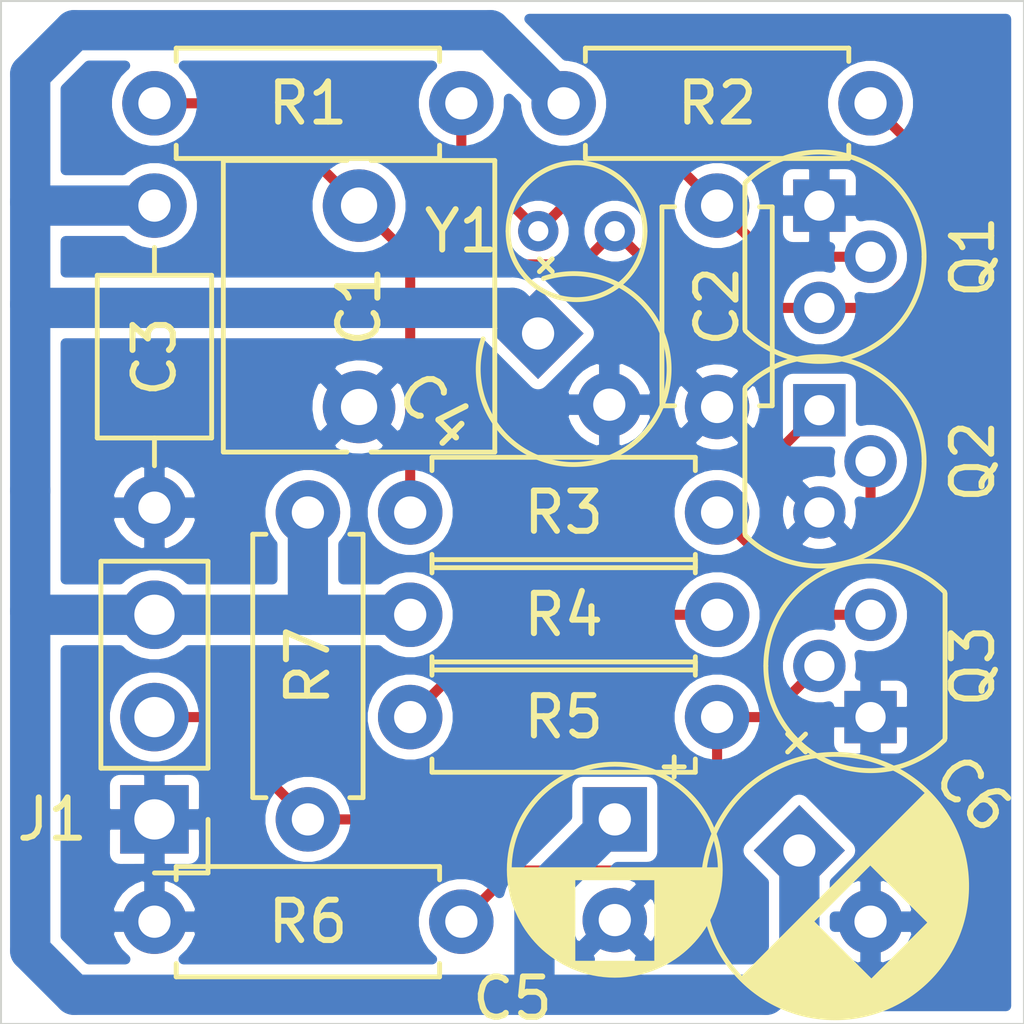
<source format=kicad_pcb>
(kicad_pcb (version 20171130) (host pcbnew "(5.1.5-0)")

  (general
    (thickness 1.6)
    (drawings 4)
    (tracks 73)
    (zones 0)
    (modules 18)
    (nets 9)
  )

  (page A4)
  (layers
    (0 F.Cu signal hide)
    (31 B.Cu signal hide)
    (32 B.Adhes user)
    (33 F.Adhes user)
    (34 B.Paste user)
    (35 F.Paste user)
    (36 B.SilkS user)
    (37 F.SilkS user)
    (38 B.Mask user)
    (39 F.Mask user)
    (40 Dwgs.User user)
    (41 Cmts.User user)
    (42 Eco1.User user)
    (43 Eco2.User user)
    (44 Edge.Cuts user)
    (45 Margin user)
    (46 B.CrtYd user hide)
    (47 F.CrtYd user hide)
    (48 B.Fab user hide)
    (49 F.Fab user hide)
  )

  (setup
    (last_trace_width 0.25)
    (trace_clearance 0.2)
    (zone_clearance 0.254)
    (zone_45_only no)
    (trace_min 0.2)
    (via_size 0.8)
    (via_drill 0.4)
    (via_min_size 0.4)
    (via_min_drill 0.3)
    (uvia_size 0.3)
    (uvia_drill 0.1)
    (uvias_allowed no)
    (uvia_min_size 0.2)
    (uvia_min_drill 0.1)
    (edge_width 0.05)
    (segment_width 0.2)
    (pcb_text_width 0.3)
    (pcb_text_size 1.5 1.5)
    (mod_edge_width 0.12)
    (mod_text_size 1 1)
    (mod_text_width 0.15)
    (pad_size 1.524 1.524)
    (pad_drill 0.762)
    (pad_to_mask_clearance 0.051)
    (solder_mask_min_width 0.25)
    (aux_axis_origin 0 0)
    (visible_elements FFFFFF7F)
    (pcbplotparams
      (layerselection 0x010fc_ffffffff)
      (usegerberextensions false)
      (usegerberattributes false)
      (usegerberadvancedattributes false)
      (creategerberjobfile false)
      (excludeedgelayer true)
      (linewidth 0.100000)
      (plotframeref false)
      (viasonmask false)
      (mode 1)
      (useauxorigin false)
      (hpglpennumber 1)
      (hpglpenspeed 20)
      (hpglpendiameter 15.000000)
      (psnegative false)
      (psa4output false)
      (plotreference true)
      (plotvalue true)
      (plotinvisibletext false)
      (padsonsilk false)
      (subtractmaskfromsilk false)
      (outputformat 1)
      (mirror false)
      (drillshape 1)
      (scaleselection 1)
      (outputdirectory ""))
  )

  (net 0 "")
  (net 1 GNDA)
  (net 2 "Net-(C1-Pad1)")
  (net 3 "Net-(C2-Pad1)")
  (net 4 +5V)
  (net 5 "Net-(J1-Pad2)")
  (net 6 "Net-(Q2-Pad1)")
  (net 7 "Net-(Q2-Pad2)")
  (net 8 "Net-(Q3-Pad2)")

  (net_class Default "This is the default net class."
    (clearance 0.2)
    (trace_width 0.25)
    (via_dia 0.8)
    (via_drill 0.4)
    (uvia_dia 0.3)
    (uvia_drill 0.1)
    (add_net "Net-(C1-Pad1)")
    (add_net "Net-(C2-Pad1)")
    (add_net "Net-(J1-Pad2)")
    (add_net "Net-(Q2-Pad1)")
    (add_net "Net-(Q2-Pad2)")
    (add_net "Net-(Q3-Pad2)")
  )

  (net_class power ""
    (clearance 0.2)
    (trace_width 1)
    (via_dia 0.8)
    (via_drill 0.4)
    (uvia_dia 0.3)
    (uvia_drill 0.1)
    (add_net +5V)
    (add_net GNDA)
  )

  (module Resistor_THT:R_Axial_DIN0207_L6.3mm_D2.5mm_P7.62mm_Horizontal (layer F.Cu) (tedit 5AE5139B) (tstamp 60309DA1)
    (at 33.02 38.1 270)
    (descr "Resistor, Axial_DIN0207 series, Axial, Horizontal, pin pitch=7.62mm, 0.25W = 1/4W, length*diameter=6.3*2.5mm^2, http://cdn-reichelt.de/documents/datenblatt/B400/1_4W%23YAG.pdf")
    (tags "Resistor Axial_DIN0207 series Axial Horizontal pin pitch 7.62mm 0.25W = 1/4W length 6.3mm diameter 2.5mm")
    (path /60311A42)
    (fp_text reference R7 (at 3.81 0 90) (layer F.SilkS)
      (effects (font (size 1 1) (thickness 0.15)))
    )
    (fp_text value 1K (at 3.81 2.37 90) (layer F.Fab)
      (effects (font (size 1 1) (thickness 0.15)))
    )
    (fp_text user %R (at 3.81 0 90) (layer F.Fab)
      (effects (font (size 1 1) (thickness 0.15)))
    )
    (fp_line (start 8.67 -1.5) (end -1.05 -1.5) (layer F.CrtYd) (width 0.05))
    (fp_line (start 8.67 1.5) (end 8.67 -1.5) (layer F.CrtYd) (width 0.05))
    (fp_line (start -1.05 1.5) (end 8.67 1.5) (layer F.CrtYd) (width 0.05))
    (fp_line (start -1.05 -1.5) (end -1.05 1.5) (layer F.CrtYd) (width 0.05))
    (fp_line (start 7.08 1.37) (end 7.08 1.04) (layer F.SilkS) (width 0.12))
    (fp_line (start 0.54 1.37) (end 7.08 1.37) (layer F.SilkS) (width 0.12))
    (fp_line (start 0.54 1.04) (end 0.54 1.37) (layer F.SilkS) (width 0.12))
    (fp_line (start 7.08 -1.37) (end 7.08 -1.04) (layer F.SilkS) (width 0.12))
    (fp_line (start 0.54 -1.37) (end 7.08 -1.37) (layer F.SilkS) (width 0.12))
    (fp_line (start 0.54 -1.04) (end 0.54 -1.37) (layer F.SilkS) (width 0.12))
    (fp_line (start 7.62 0) (end 6.96 0) (layer F.Fab) (width 0.1))
    (fp_line (start 0 0) (end 0.66 0) (layer F.Fab) (width 0.1))
    (fp_line (start 6.96 -1.25) (end 0.66 -1.25) (layer F.Fab) (width 0.1))
    (fp_line (start 6.96 1.25) (end 6.96 -1.25) (layer F.Fab) (width 0.1))
    (fp_line (start 0.66 1.25) (end 6.96 1.25) (layer F.Fab) (width 0.1))
    (fp_line (start 0.66 -1.25) (end 0.66 1.25) (layer F.Fab) (width 0.1))
    (pad 2 thru_hole oval (at 7.62 0 270) (size 1.6 1.6) (drill 0.8) (layers *.Cu *.Mask)
      (net 5 "Net-(J1-Pad2)"))
    (pad 1 thru_hole circle (at 0 0 270) (size 1.6 1.6) (drill 0.8) (layers *.Cu *.Mask)
      (net 4 +5V))
    (model ${KISYS3DMOD}/Resistor_THT.3dshapes/R_Axial_DIN0207_L6.3mm_D2.5mm_P7.62mm_Horizontal.wrl
      (at (xyz 0 0 0))
      (scale (xyz 1 1 1))
      (rotate (xyz 0 0 0))
    )
  )

  (module Capacitor_THT:CP_Radial_D6.3mm_P2.50mm (layer F.Cu) (tedit 5AE50EF0) (tstamp 603100AF)
    (at 45.222233 46.492233 315)
    (descr "CP, Radial series, Radial, pin pitch=2.50mm, , diameter=6.3mm, Electrolytic Capacitor")
    (tags "CP Radial series Radial pin pitch 2.50mm  diameter 6.3mm Electrolytic Capacitor")
    (path /603362BC)
    (fp_text reference C6 (at 2.050987 -4.041115 135) (layer F.SilkS)
      (effects (font (size 1 1) (thickness 0.15)))
    )
    (fp_text value 100µ (at 1.25 4.4 135) (layer F.Fab)
      (effects (font (size 1 1) (thickness 0.15)))
    )
    (fp_text user %R (at 1.25 0 135) (layer F.Fab)
      (effects (font (size 1 1) (thickness 0.15)))
    )
    (fp_line (start -1.935241 -2.154) (end -1.935241 -1.524) (layer F.SilkS) (width 0.12))
    (fp_line (start -2.250241 -1.839) (end -1.620241 -1.839) (layer F.SilkS) (width 0.12))
    (fp_line (start 4.491 -0.402) (end 4.491 0.402) (layer F.SilkS) (width 0.12))
    (fp_line (start 4.451 -0.633) (end 4.451 0.633) (layer F.SilkS) (width 0.12))
    (fp_line (start 4.411 -0.802) (end 4.411 0.802) (layer F.SilkS) (width 0.12))
    (fp_line (start 4.371 -0.94) (end 4.371 0.94) (layer F.SilkS) (width 0.12))
    (fp_line (start 4.331 -1.059) (end 4.331 1.059) (layer F.SilkS) (width 0.12))
    (fp_line (start 4.291 -1.165) (end 4.291 1.165) (layer F.SilkS) (width 0.12))
    (fp_line (start 4.251 -1.262) (end 4.251 1.262) (layer F.SilkS) (width 0.12))
    (fp_line (start 4.211 -1.35) (end 4.211 1.35) (layer F.SilkS) (width 0.12))
    (fp_line (start 4.171 -1.432) (end 4.171 1.432) (layer F.SilkS) (width 0.12))
    (fp_line (start 4.131 -1.509) (end 4.131 1.509) (layer F.SilkS) (width 0.12))
    (fp_line (start 4.091 -1.581) (end 4.091 1.581) (layer F.SilkS) (width 0.12))
    (fp_line (start 4.051 -1.65) (end 4.051 1.65) (layer F.SilkS) (width 0.12))
    (fp_line (start 4.011 -1.714) (end 4.011 1.714) (layer F.SilkS) (width 0.12))
    (fp_line (start 3.971 -1.776) (end 3.971 1.776) (layer F.SilkS) (width 0.12))
    (fp_line (start 3.931 -1.834) (end 3.931 1.834) (layer F.SilkS) (width 0.12))
    (fp_line (start 3.891 -1.89) (end 3.891 1.89) (layer F.SilkS) (width 0.12))
    (fp_line (start 3.851 -1.944) (end 3.851 1.944) (layer F.SilkS) (width 0.12))
    (fp_line (start 3.811 -1.995) (end 3.811 1.995) (layer F.SilkS) (width 0.12))
    (fp_line (start 3.771 -2.044) (end 3.771 2.044) (layer F.SilkS) (width 0.12))
    (fp_line (start 3.731 -2.092) (end 3.731 2.092) (layer F.SilkS) (width 0.12))
    (fp_line (start 3.691 -2.137) (end 3.691 2.137) (layer F.SilkS) (width 0.12))
    (fp_line (start 3.651 -2.182) (end 3.651 2.182) (layer F.SilkS) (width 0.12))
    (fp_line (start 3.611 -2.224) (end 3.611 2.224) (layer F.SilkS) (width 0.12))
    (fp_line (start 3.571 -2.265) (end 3.571 2.265) (layer F.SilkS) (width 0.12))
    (fp_line (start 3.531 1.04) (end 3.531 2.305) (layer F.SilkS) (width 0.12))
    (fp_line (start 3.531 -2.305) (end 3.531 -1.04) (layer F.SilkS) (width 0.12))
    (fp_line (start 3.491 1.04) (end 3.491 2.343) (layer F.SilkS) (width 0.12))
    (fp_line (start 3.491 -2.343) (end 3.491 -1.04) (layer F.SilkS) (width 0.12))
    (fp_line (start 3.451 1.04) (end 3.451 2.38) (layer F.SilkS) (width 0.12))
    (fp_line (start 3.451 -2.38) (end 3.451 -1.04) (layer F.SilkS) (width 0.12))
    (fp_line (start 3.411 1.04) (end 3.411 2.416) (layer F.SilkS) (width 0.12))
    (fp_line (start 3.411 -2.416) (end 3.411 -1.04) (layer F.SilkS) (width 0.12))
    (fp_line (start 3.371 1.04) (end 3.371 2.45) (layer F.SilkS) (width 0.12))
    (fp_line (start 3.371 -2.45) (end 3.371 -1.04) (layer F.SilkS) (width 0.12))
    (fp_line (start 3.331 1.04) (end 3.331 2.484) (layer F.SilkS) (width 0.12))
    (fp_line (start 3.331 -2.484) (end 3.331 -1.04) (layer F.SilkS) (width 0.12))
    (fp_line (start 3.291 1.04) (end 3.291 2.516) (layer F.SilkS) (width 0.12))
    (fp_line (start 3.291 -2.516) (end 3.291 -1.04) (layer F.SilkS) (width 0.12))
    (fp_line (start 3.251 1.04) (end 3.251 2.548) (layer F.SilkS) (width 0.12))
    (fp_line (start 3.251 -2.548) (end 3.251 -1.04) (layer F.SilkS) (width 0.12))
    (fp_line (start 3.211 1.04) (end 3.211 2.578) (layer F.SilkS) (width 0.12))
    (fp_line (start 3.211 -2.578) (end 3.211 -1.04) (layer F.SilkS) (width 0.12))
    (fp_line (start 3.171 1.04) (end 3.171 2.607) (layer F.SilkS) (width 0.12))
    (fp_line (start 3.171 -2.607) (end 3.171 -1.04) (layer F.SilkS) (width 0.12))
    (fp_line (start 3.131 1.04) (end 3.131 2.636) (layer F.SilkS) (width 0.12))
    (fp_line (start 3.131 -2.636) (end 3.131 -1.04) (layer F.SilkS) (width 0.12))
    (fp_line (start 3.091 1.04) (end 3.091 2.664) (layer F.SilkS) (width 0.12))
    (fp_line (start 3.091 -2.664) (end 3.091 -1.04) (layer F.SilkS) (width 0.12))
    (fp_line (start 3.051 1.04) (end 3.051 2.69) (layer F.SilkS) (width 0.12))
    (fp_line (start 3.051 -2.69) (end 3.051 -1.04) (layer F.SilkS) (width 0.12))
    (fp_line (start 3.011 1.04) (end 3.011 2.716) (layer F.SilkS) (width 0.12))
    (fp_line (start 3.011 -2.716) (end 3.011 -1.04) (layer F.SilkS) (width 0.12))
    (fp_line (start 2.971 1.04) (end 2.971 2.742) (layer F.SilkS) (width 0.12))
    (fp_line (start 2.971 -2.742) (end 2.971 -1.04) (layer F.SilkS) (width 0.12))
    (fp_line (start 2.931 1.04) (end 2.931 2.766) (layer F.SilkS) (width 0.12))
    (fp_line (start 2.931 -2.766) (end 2.931 -1.04) (layer F.SilkS) (width 0.12))
    (fp_line (start 2.891 1.04) (end 2.891 2.79) (layer F.SilkS) (width 0.12))
    (fp_line (start 2.891 -2.79) (end 2.891 -1.04) (layer F.SilkS) (width 0.12))
    (fp_line (start 2.851 1.04) (end 2.851 2.812) (layer F.SilkS) (width 0.12))
    (fp_line (start 2.851 -2.812) (end 2.851 -1.04) (layer F.SilkS) (width 0.12))
    (fp_line (start 2.811 1.04) (end 2.811 2.834) (layer F.SilkS) (width 0.12))
    (fp_line (start 2.811 -2.834) (end 2.811 -1.04) (layer F.SilkS) (width 0.12))
    (fp_line (start 2.771 1.04) (end 2.771 2.856) (layer F.SilkS) (width 0.12))
    (fp_line (start 2.771 -2.856) (end 2.771 -1.04) (layer F.SilkS) (width 0.12))
    (fp_line (start 2.731 1.04) (end 2.731 2.876) (layer F.SilkS) (width 0.12))
    (fp_line (start 2.731 -2.876) (end 2.731 -1.04) (layer F.SilkS) (width 0.12))
    (fp_line (start 2.691 1.04) (end 2.691 2.896) (layer F.SilkS) (width 0.12))
    (fp_line (start 2.691 -2.896) (end 2.691 -1.04) (layer F.SilkS) (width 0.12))
    (fp_line (start 2.651 1.04) (end 2.651 2.916) (layer F.SilkS) (width 0.12))
    (fp_line (start 2.651 -2.916) (end 2.651 -1.04) (layer F.SilkS) (width 0.12))
    (fp_line (start 2.611 1.04) (end 2.611 2.934) (layer F.SilkS) (width 0.12))
    (fp_line (start 2.611 -2.934) (end 2.611 -1.04) (layer F.SilkS) (width 0.12))
    (fp_line (start 2.571 1.04) (end 2.571 2.952) (layer F.SilkS) (width 0.12))
    (fp_line (start 2.571 -2.952) (end 2.571 -1.04) (layer F.SilkS) (width 0.12))
    (fp_line (start 2.531 1.04) (end 2.531 2.97) (layer F.SilkS) (width 0.12))
    (fp_line (start 2.531 -2.97) (end 2.531 -1.04) (layer F.SilkS) (width 0.12))
    (fp_line (start 2.491 1.04) (end 2.491 2.986) (layer F.SilkS) (width 0.12))
    (fp_line (start 2.491 -2.986) (end 2.491 -1.04) (layer F.SilkS) (width 0.12))
    (fp_line (start 2.451 1.04) (end 2.451 3.002) (layer F.SilkS) (width 0.12))
    (fp_line (start 2.451 -3.002) (end 2.451 -1.04) (layer F.SilkS) (width 0.12))
    (fp_line (start 2.411 1.04) (end 2.411 3.018) (layer F.SilkS) (width 0.12))
    (fp_line (start 2.411 -3.018) (end 2.411 -1.04) (layer F.SilkS) (width 0.12))
    (fp_line (start 2.371 1.04) (end 2.371 3.033) (layer F.SilkS) (width 0.12))
    (fp_line (start 2.371 -3.033) (end 2.371 -1.04) (layer F.SilkS) (width 0.12))
    (fp_line (start 2.331 1.04) (end 2.331 3.047) (layer F.SilkS) (width 0.12))
    (fp_line (start 2.331 -3.047) (end 2.331 -1.04) (layer F.SilkS) (width 0.12))
    (fp_line (start 2.291 1.04) (end 2.291 3.061) (layer F.SilkS) (width 0.12))
    (fp_line (start 2.291 -3.061) (end 2.291 -1.04) (layer F.SilkS) (width 0.12))
    (fp_line (start 2.251 1.04) (end 2.251 3.074) (layer F.SilkS) (width 0.12))
    (fp_line (start 2.251 -3.074) (end 2.251 -1.04) (layer F.SilkS) (width 0.12))
    (fp_line (start 2.211 1.04) (end 2.211 3.086) (layer F.SilkS) (width 0.12))
    (fp_line (start 2.211 -3.086) (end 2.211 -1.04) (layer F.SilkS) (width 0.12))
    (fp_line (start 2.171 1.04) (end 2.171 3.098) (layer F.SilkS) (width 0.12))
    (fp_line (start 2.171 -3.098) (end 2.171 -1.04) (layer F.SilkS) (width 0.12))
    (fp_line (start 2.131 1.04) (end 2.131 3.11) (layer F.SilkS) (width 0.12))
    (fp_line (start 2.131 -3.11) (end 2.131 -1.04) (layer F.SilkS) (width 0.12))
    (fp_line (start 2.091 1.04) (end 2.091 3.121) (layer F.SilkS) (width 0.12))
    (fp_line (start 2.091 -3.121) (end 2.091 -1.04) (layer F.SilkS) (width 0.12))
    (fp_line (start 2.051 1.04) (end 2.051 3.131) (layer F.SilkS) (width 0.12))
    (fp_line (start 2.051 -3.131) (end 2.051 -1.04) (layer F.SilkS) (width 0.12))
    (fp_line (start 2.011 1.04) (end 2.011 3.141) (layer F.SilkS) (width 0.12))
    (fp_line (start 2.011 -3.141) (end 2.011 -1.04) (layer F.SilkS) (width 0.12))
    (fp_line (start 1.971 1.04) (end 1.971 3.15) (layer F.SilkS) (width 0.12))
    (fp_line (start 1.971 -3.15) (end 1.971 -1.04) (layer F.SilkS) (width 0.12))
    (fp_line (start 1.93 1.04) (end 1.93 3.159) (layer F.SilkS) (width 0.12))
    (fp_line (start 1.93 -3.159) (end 1.93 -1.04) (layer F.SilkS) (width 0.12))
    (fp_line (start 1.89 1.04) (end 1.89 3.167) (layer F.SilkS) (width 0.12))
    (fp_line (start 1.89 -3.167) (end 1.89 -1.04) (layer F.SilkS) (width 0.12))
    (fp_line (start 1.85 1.04) (end 1.85 3.175) (layer F.SilkS) (width 0.12))
    (fp_line (start 1.85 -3.175) (end 1.85 -1.04) (layer F.SilkS) (width 0.12))
    (fp_line (start 1.81 1.04) (end 1.81 3.182) (layer F.SilkS) (width 0.12))
    (fp_line (start 1.81 -3.182) (end 1.81 -1.04) (layer F.SilkS) (width 0.12))
    (fp_line (start 1.77 1.04) (end 1.77 3.189) (layer F.SilkS) (width 0.12))
    (fp_line (start 1.77 -3.189) (end 1.77 -1.04) (layer F.SilkS) (width 0.12))
    (fp_line (start 1.73 1.04) (end 1.73 3.195) (layer F.SilkS) (width 0.12))
    (fp_line (start 1.73 -3.195) (end 1.73 -1.04) (layer F.SilkS) (width 0.12))
    (fp_line (start 1.69 1.04) (end 1.69 3.201) (layer F.SilkS) (width 0.12))
    (fp_line (start 1.69 -3.201) (end 1.69 -1.04) (layer F.SilkS) (width 0.12))
    (fp_line (start 1.65 1.04) (end 1.65 3.206) (layer F.SilkS) (width 0.12))
    (fp_line (start 1.65 -3.206) (end 1.65 -1.04) (layer F.SilkS) (width 0.12))
    (fp_line (start 1.61 1.04) (end 1.61 3.211) (layer F.SilkS) (width 0.12))
    (fp_line (start 1.61 -3.211) (end 1.61 -1.04) (layer F.SilkS) (width 0.12))
    (fp_line (start 1.57 1.04) (end 1.57 3.215) (layer F.SilkS) (width 0.12))
    (fp_line (start 1.57 -3.215) (end 1.57 -1.04) (layer F.SilkS) (width 0.12))
    (fp_line (start 1.53 1.04) (end 1.53 3.218) (layer F.SilkS) (width 0.12))
    (fp_line (start 1.53 -3.218) (end 1.53 -1.04) (layer F.SilkS) (width 0.12))
    (fp_line (start 1.49 1.04) (end 1.49 3.222) (layer F.SilkS) (width 0.12))
    (fp_line (start 1.49 -3.222) (end 1.49 -1.04) (layer F.SilkS) (width 0.12))
    (fp_line (start 1.45 -3.224) (end 1.45 3.224) (layer F.SilkS) (width 0.12))
    (fp_line (start 1.41 -3.227) (end 1.41 3.227) (layer F.SilkS) (width 0.12))
    (fp_line (start 1.37 -3.228) (end 1.37 3.228) (layer F.SilkS) (width 0.12))
    (fp_line (start 1.33 -3.23) (end 1.33 3.23) (layer F.SilkS) (width 0.12))
    (fp_line (start 1.29 -3.23) (end 1.29 3.23) (layer F.SilkS) (width 0.12))
    (fp_line (start 1.25 -3.23) (end 1.25 3.23) (layer F.SilkS) (width 0.12))
    (fp_line (start -1.128972 -1.6885) (end -1.128972 -1.0585) (layer F.Fab) (width 0.1))
    (fp_line (start -1.443972 -1.3735) (end -0.813972 -1.3735) (layer F.Fab) (width 0.1))
    (fp_circle (center 1.25 0) (end 4.65 0) (layer F.CrtYd) (width 0.05))
    (fp_circle (center 1.25 0) (end 4.52 0) (layer F.SilkS) (width 0.12))
    (fp_circle (center 1.25 0) (end 4.4 0) (layer F.Fab) (width 0.1))
    (pad 2 thru_hole circle (at 2.5 0 315) (size 1.6 1.6) (drill 0.8) (layers *.Cu *.Mask)
      (net 1 GNDA))
    (pad 1 thru_hole rect (at 0 0 315) (size 1.6 1.6) (drill 0.8) (layers *.Cu *.Mask)
      (net 4 +5V))
    (model ${KISYS3DMOD}/Capacitor_THT.3dshapes/CP_Radial_D6.3mm_P2.50mm.wrl
      (at (xyz 0 0 0))
      (scale (xyz 1 1 1))
      (rotate (xyz 0 0 0))
    )
  )

  (module Crystal:Crystal_C38-LF_D3.0mm_L8.0mm_Vertical (layer F.Cu) (tedit 5A0FD1B2) (tstamp 6030A378)
    (at 40.64 31.115 180)
    (descr "Crystal THT C38-LF 8.0mm length 3.0mm diameter")
    (tags ['C38-LF'])
    (path /60308B6F)
    (fp_text reference Y1 (at 3.81 0) (layer F.SilkS)
      (effects (font (size 1 1) (thickness 0.15)))
    )
    (fp_text value 32.768KHz (at 0.95 2.7) (layer F.Fab)
      (effects (font (size 1 1) (thickness 0.15)))
    )
    (fp_arc (start 0.95 0) (end -0.75 0) (angle -180) (layer F.SilkS) (width 0.12))
    (fp_arc (start 0.95 0) (end -0.75 0) (angle 180) (layer F.SilkS) (width 0.12))
    (fp_circle (center 0.95 0) (end 2.9 0) (layer F.CrtYd) (width 0.05))
    (fp_circle (center 0.95 0) (end 2.45 0) (layer F.Fab) (width 0.1))
    (fp_text user %R (at 0.95 0) (layer F.Fab)
      (effects (font (size 0.7 0.7) (thickness 0.105)))
    )
    (pad 2 thru_hole circle (at 1.9 0 180) (size 1 1) (drill 0.5) (layers *.Cu *.Mask)
      (net 3 "Net-(C2-Pad1)"))
    (pad 1 thru_hole circle (at 0 0 180) (size 1 1) (drill 0.5) (layers *.Cu *.Mask)
      (net 2 "Net-(C1-Pad1)"))
    (model ${KISYS3DMOD}/Crystal.3dshapes/Crystal_C38-LF_D3.0mm_L8.0mm_Vertical.wrl
      (at (xyz 0 0 0))
      (scale (xyz 1 1 1))
      (rotate (xyz 0 0 0))
    )
  )

  (module Resistor_THT:R_Axial_DIN0207_L6.3mm_D2.5mm_P7.62mm_Horizontal (layer F.Cu) (tedit 5AE5139B) (tstamp 6030DD1E)
    (at 36.83 48.26 180)
    (descr "Resistor, Axial_DIN0207 series, Axial, Horizontal, pin pitch=7.62mm, 0.25W = 1/4W, length*diameter=6.3*2.5mm^2, http://cdn-reichelt.de/documents/datenblatt/B400/1_4W%23YAG.pdf")
    (tags "Resistor Axial_DIN0207 series Axial Horizontal pin pitch 7.62mm 0.25W = 1/4W length 6.3mm diameter 2.5mm")
    (path /60311265)
    (fp_text reference R6 (at 3.81 0) (layer F.SilkS)
      (effects (font (size 1 1) (thickness 0.15)))
    )
    (fp_text value 22K (at 3.81 2.37) (layer F.Fab)
      (effects (font (size 1 1) (thickness 0.15)))
    )
    (fp_text user %R (at 3.81 0) (layer F.Fab)
      (effects (font (size 1 1) (thickness 0.15)))
    )
    (fp_line (start 8.67 -1.5) (end -1.05 -1.5) (layer F.CrtYd) (width 0.05))
    (fp_line (start 8.67 1.5) (end 8.67 -1.5) (layer F.CrtYd) (width 0.05))
    (fp_line (start -1.05 1.5) (end 8.67 1.5) (layer F.CrtYd) (width 0.05))
    (fp_line (start -1.05 -1.5) (end -1.05 1.5) (layer F.CrtYd) (width 0.05))
    (fp_line (start 7.08 1.37) (end 7.08 1.04) (layer F.SilkS) (width 0.12))
    (fp_line (start 0.54 1.37) (end 7.08 1.37) (layer F.SilkS) (width 0.12))
    (fp_line (start 0.54 1.04) (end 0.54 1.37) (layer F.SilkS) (width 0.12))
    (fp_line (start 7.08 -1.37) (end 7.08 -1.04) (layer F.SilkS) (width 0.12))
    (fp_line (start 0.54 -1.37) (end 7.08 -1.37) (layer F.SilkS) (width 0.12))
    (fp_line (start 0.54 -1.04) (end 0.54 -1.37) (layer F.SilkS) (width 0.12))
    (fp_line (start 7.62 0) (end 6.96 0) (layer F.Fab) (width 0.1))
    (fp_line (start 0 0) (end 0.66 0) (layer F.Fab) (width 0.1))
    (fp_line (start 6.96 -1.25) (end 0.66 -1.25) (layer F.Fab) (width 0.1))
    (fp_line (start 6.96 1.25) (end 6.96 -1.25) (layer F.Fab) (width 0.1))
    (fp_line (start 0.66 1.25) (end 6.96 1.25) (layer F.Fab) (width 0.1))
    (fp_line (start 0.66 -1.25) (end 0.66 1.25) (layer F.Fab) (width 0.1))
    (pad 2 thru_hole oval (at 7.62 0 180) (size 1.6 1.6) (drill 0.8) (layers *.Cu *.Mask)
      (net 1 GNDA))
    (pad 1 thru_hole circle (at 0 0 180) (size 1.6 1.6) (drill 0.8) (layers *.Cu *.Mask)
      (net 8 "Net-(Q3-Pad2)"))
    (model ${KISYS3DMOD}/Resistor_THT.3dshapes/R_Axial_DIN0207_L6.3mm_D2.5mm_P7.62mm_Horizontal.wrl
      (at (xyz 0 0 0))
      (scale (xyz 1 1 1))
      (rotate (xyz 0 0 0))
    )
  )

  (module Resistor_THT:R_Axial_DIN0207_L6.3mm_D2.5mm_P7.62mm_Horizontal (layer F.Cu) (tedit 5AE5139B) (tstamp 6030DE9C)
    (at 43.18 43.18 180)
    (descr "Resistor, Axial_DIN0207 series, Axial, Horizontal, pin pitch=7.62mm, 0.25W = 1/4W, length*diameter=6.3*2.5mm^2, http://cdn-reichelt.de/documents/datenblatt/B400/1_4W%23YAG.pdf")
    (tags "Resistor Axial_DIN0207 series Axial Horizontal pin pitch 7.62mm 0.25W = 1/4W length 6.3mm diameter 2.5mm")
    (path /60310D48)
    (fp_text reference R5 (at 3.81 0) (layer F.SilkS)
      (effects (font (size 1 1) (thickness 0.15)))
    )
    (fp_text value 13K (at 3.81 2.37) (layer F.Fab)
      (effects (font (size 1 1) (thickness 0.15)))
    )
    (fp_text user %R (at 3.81 0) (layer F.Fab)
      (effects (font (size 1 1) (thickness 0.15)))
    )
    (fp_line (start 8.67 -1.5) (end -1.05 -1.5) (layer F.CrtYd) (width 0.05))
    (fp_line (start 8.67 1.5) (end 8.67 -1.5) (layer F.CrtYd) (width 0.05))
    (fp_line (start -1.05 1.5) (end 8.67 1.5) (layer F.CrtYd) (width 0.05))
    (fp_line (start -1.05 -1.5) (end -1.05 1.5) (layer F.CrtYd) (width 0.05))
    (fp_line (start 7.08 1.37) (end 7.08 1.04) (layer F.SilkS) (width 0.12))
    (fp_line (start 0.54 1.37) (end 7.08 1.37) (layer F.SilkS) (width 0.12))
    (fp_line (start 0.54 1.04) (end 0.54 1.37) (layer F.SilkS) (width 0.12))
    (fp_line (start 7.08 -1.37) (end 7.08 -1.04) (layer F.SilkS) (width 0.12))
    (fp_line (start 0.54 -1.37) (end 7.08 -1.37) (layer F.SilkS) (width 0.12))
    (fp_line (start 0.54 -1.04) (end 0.54 -1.37) (layer F.SilkS) (width 0.12))
    (fp_line (start 7.62 0) (end 6.96 0) (layer F.Fab) (width 0.1))
    (fp_line (start 0 0) (end 0.66 0) (layer F.Fab) (width 0.1))
    (fp_line (start 6.96 -1.25) (end 0.66 -1.25) (layer F.Fab) (width 0.1))
    (fp_line (start 6.96 1.25) (end 6.96 -1.25) (layer F.Fab) (width 0.1))
    (fp_line (start 0.66 1.25) (end 6.96 1.25) (layer F.Fab) (width 0.1))
    (fp_line (start 0.66 -1.25) (end 0.66 1.25) (layer F.Fab) (width 0.1))
    (pad 2 thru_hole oval (at 7.62 0 180) (size 1.6 1.6) (drill 0.8) (layers *.Cu *.Mask)
      (net 6 "Net-(Q2-Pad1)"))
    (pad 1 thru_hole circle (at 0 0 180) (size 1.6 1.6) (drill 0.8) (layers *.Cu *.Mask)
      (net 8 "Net-(Q3-Pad2)"))
    (model ${KISYS3DMOD}/Resistor_THT.3dshapes/R_Axial_DIN0207_L6.3mm_D2.5mm_P7.62mm_Horizontal.wrl
      (at (xyz 0 0 0))
      (scale (xyz 1 1 1))
      (rotate (xyz 0 0 0))
    )
  )

  (module Resistor_THT:R_Axial_DIN0207_L6.3mm_D2.5mm_P7.62mm_Horizontal (layer F.Cu) (tedit 5AE5139B) (tstamp 6030E81C)
    (at 35.56 40.64)
    (descr "Resistor, Axial_DIN0207 series, Axial, Horizontal, pin pitch=7.62mm, 0.25W = 1/4W, length*diameter=6.3*2.5mm^2, http://cdn-reichelt.de/documents/datenblatt/B400/1_4W%23YAG.pdf")
    (tags "Resistor Axial_DIN0207 series Axial Horizontal pin pitch 7.62mm 0.25W = 1/4W length 6.3mm diameter 2.5mm")
    (path /6031085F)
    (fp_text reference R4 (at 3.81 0) (layer F.SilkS)
      (effects (font (size 1 1) (thickness 0.15)))
    )
    (fp_text value 62K (at 3.81 2.37) (layer F.Fab)
      (effects (font (size 1 1) (thickness 0.15)))
    )
    (fp_text user %R (at 3.81 0) (layer F.Fab)
      (effects (font (size 1 1) (thickness 0.15)))
    )
    (fp_line (start 8.67 -1.5) (end -1.05 -1.5) (layer F.CrtYd) (width 0.05))
    (fp_line (start 8.67 1.5) (end 8.67 -1.5) (layer F.CrtYd) (width 0.05))
    (fp_line (start -1.05 1.5) (end 8.67 1.5) (layer F.CrtYd) (width 0.05))
    (fp_line (start -1.05 -1.5) (end -1.05 1.5) (layer F.CrtYd) (width 0.05))
    (fp_line (start 7.08 1.37) (end 7.08 1.04) (layer F.SilkS) (width 0.12))
    (fp_line (start 0.54 1.37) (end 7.08 1.37) (layer F.SilkS) (width 0.12))
    (fp_line (start 0.54 1.04) (end 0.54 1.37) (layer F.SilkS) (width 0.12))
    (fp_line (start 7.08 -1.37) (end 7.08 -1.04) (layer F.SilkS) (width 0.12))
    (fp_line (start 0.54 -1.37) (end 7.08 -1.37) (layer F.SilkS) (width 0.12))
    (fp_line (start 0.54 -1.04) (end 0.54 -1.37) (layer F.SilkS) (width 0.12))
    (fp_line (start 7.62 0) (end 6.96 0) (layer F.Fab) (width 0.1))
    (fp_line (start 0 0) (end 0.66 0) (layer F.Fab) (width 0.1))
    (fp_line (start 6.96 -1.25) (end 0.66 -1.25) (layer F.Fab) (width 0.1))
    (fp_line (start 6.96 1.25) (end 6.96 -1.25) (layer F.Fab) (width 0.1))
    (fp_line (start 0.66 1.25) (end 6.96 1.25) (layer F.Fab) (width 0.1))
    (fp_line (start 0.66 -1.25) (end 0.66 1.25) (layer F.Fab) (width 0.1))
    (pad 2 thru_hole oval (at 7.62 0) (size 1.6 1.6) (drill 0.8) (layers *.Cu *.Mask)
      (net 6 "Net-(Q2-Pad1)"))
    (pad 1 thru_hole circle (at 0 0) (size 1.6 1.6) (drill 0.8) (layers *.Cu *.Mask)
      (net 4 +5V))
    (model ${KISYS3DMOD}/Resistor_THT.3dshapes/R_Axial_DIN0207_L6.3mm_D2.5mm_P7.62mm_Horizontal.wrl
      (at (xyz 0 0 0))
      (scale (xyz 1 1 1))
      (rotate (xyz 0 0 0))
    )
  )

  (module Resistor_THT:R_Axial_DIN0207_L6.3mm_D2.5mm_P7.62mm_Horizontal (layer F.Cu) (tedit 5AE5139B) (tstamp 60309D45)
    (at 43.18 38.1 180)
    (descr "Resistor, Axial_DIN0207 series, Axial, Horizontal, pin pitch=7.62mm, 0.25W = 1/4W, length*diameter=6.3*2.5mm^2, http://cdn-reichelt.de/documents/datenblatt/B400/1_4W%23YAG.pdf")
    (tags "Resistor Axial_DIN0207 series Axial Horizontal pin pitch 7.62mm 0.25W = 1/4W length 6.3mm diameter 2.5mm")
    (path /6030F714)
    (fp_text reference R3 (at 3.81 0) (layer F.SilkS)
      (effects (font (size 1 1) (thickness 0.15)))
    )
    (fp_text value 22K (at 3.81 2.37) (layer F.Fab)
      (effects (font (size 1 1) (thickness 0.15)))
    )
    (fp_text user %R (at 3.81 0) (layer F.Fab)
      (effects (font (size 1 1) (thickness 0.15)))
    )
    (fp_line (start 8.67 -1.5) (end -1.05 -1.5) (layer F.CrtYd) (width 0.05))
    (fp_line (start 8.67 1.5) (end 8.67 -1.5) (layer F.CrtYd) (width 0.05))
    (fp_line (start -1.05 1.5) (end 8.67 1.5) (layer F.CrtYd) (width 0.05))
    (fp_line (start -1.05 -1.5) (end -1.05 1.5) (layer F.CrtYd) (width 0.05))
    (fp_line (start 7.08 1.37) (end 7.08 1.04) (layer F.SilkS) (width 0.12))
    (fp_line (start 0.54 1.37) (end 7.08 1.37) (layer F.SilkS) (width 0.12))
    (fp_line (start 0.54 1.04) (end 0.54 1.37) (layer F.SilkS) (width 0.12))
    (fp_line (start 7.08 -1.37) (end 7.08 -1.04) (layer F.SilkS) (width 0.12))
    (fp_line (start 0.54 -1.37) (end 7.08 -1.37) (layer F.SilkS) (width 0.12))
    (fp_line (start 0.54 -1.04) (end 0.54 -1.37) (layer F.SilkS) (width 0.12))
    (fp_line (start 7.62 0) (end 6.96 0) (layer F.Fab) (width 0.1))
    (fp_line (start 0 0) (end 0.66 0) (layer F.Fab) (width 0.1))
    (fp_line (start 6.96 -1.25) (end 0.66 -1.25) (layer F.Fab) (width 0.1))
    (fp_line (start 6.96 1.25) (end 6.96 -1.25) (layer F.Fab) (width 0.1))
    (fp_line (start 0.66 1.25) (end 6.96 1.25) (layer F.Fab) (width 0.1))
    (fp_line (start 0.66 -1.25) (end 0.66 1.25) (layer F.Fab) (width 0.1))
    (pad 2 thru_hole oval (at 7.62 0 180) (size 1.6 1.6) (drill 0.8) (layers *.Cu *.Mask)
      (net 2 "Net-(C1-Pad1)"))
    (pad 1 thru_hole circle (at 0 0 180) (size 1.6 1.6) (drill 0.8) (layers *.Cu *.Mask)
      (net 7 "Net-(Q2-Pad2)"))
    (model ${KISYS3DMOD}/Resistor_THT.3dshapes/R_Axial_DIN0207_L6.3mm_D2.5mm_P7.62mm_Horizontal.wrl
      (at (xyz 0 0 0))
      (scale (xyz 1 1 1))
      (rotate (xyz 0 0 0))
    )
  )

  (module Resistor_THT:R_Axial_DIN0207_L6.3mm_D2.5mm_P7.62mm_Horizontal (layer F.Cu) (tedit 5AE5139B) (tstamp 6030E611)
    (at 39.37 27.94)
    (descr "Resistor, Axial_DIN0207 series, Axial, Horizontal, pin pitch=7.62mm, 0.25W = 1/4W, length*diameter=6.3*2.5mm^2, http://cdn-reichelt.de/documents/datenblatt/B400/1_4W%23YAG.pdf")
    (tags "Resistor Axial_DIN0207 series Axial Horizontal pin pitch 7.62mm 0.25W = 1/4W length 6.3mm diameter 2.5mm")
    (path /6030E2E8)
    (fp_text reference R2 (at 3.81 0) (layer F.SilkS)
      (effects (font (size 1 1) (thickness 0.15)))
    )
    (fp_text value 1M (at 3.81 2.37) (layer F.Fab)
      (effects (font (size 1 1) (thickness 0.15)))
    )
    (fp_text user %R (at 3.81 0) (layer F.Fab)
      (effects (font (size 1 1) (thickness 0.15)))
    )
    (fp_line (start 8.67 -1.5) (end -1.05 -1.5) (layer F.CrtYd) (width 0.05))
    (fp_line (start 8.67 1.5) (end 8.67 -1.5) (layer F.CrtYd) (width 0.05))
    (fp_line (start -1.05 1.5) (end 8.67 1.5) (layer F.CrtYd) (width 0.05))
    (fp_line (start -1.05 -1.5) (end -1.05 1.5) (layer F.CrtYd) (width 0.05))
    (fp_line (start 7.08 1.37) (end 7.08 1.04) (layer F.SilkS) (width 0.12))
    (fp_line (start 0.54 1.37) (end 7.08 1.37) (layer F.SilkS) (width 0.12))
    (fp_line (start 0.54 1.04) (end 0.54 1.37) (layer F.SilkS) (width 0.12))
    (fp_line (start 7.08 -1.37) (end 7.08 -1.04) (layer F.SilkS) (width 0.12))
    (fp_line (start 0.54 -1.37) (end 7.08 -1.37) (layer F.SilkS) (width 0.12))
    (fp_line (start 0.54 -1.04) (end 0.54 -1.37) (layer F.SilkS) (width 0.12))
    (fp_line (start 7.62 0) (end 6.96 0) (layer F.Fab) (width 0.1))
    (fp_line (start 0 0) (end 0.66 0) (layer F.Fab) (width 0.1))
    (fp_line (start 6.96 -1.25) (end 0.66 -1.25) (layer F.Fab) (width 0.1))
    (fp_line (start 6.96 1.25) (end 6.96 -1.25) (layer F.Fab) (width 0.1))
    (fp_line (start 0.66 1.25) (end 6.96 1.25) (layer F.Fab) (width 0.1))
    (fp_line (start 0.66 -1.25) (end 0.66 1.25) (layer F.Fab) (width 0.1))
    (pad 2 thru_hole oval (at 7.62 0) (size 1.6 1.6) (drill 0.8) (layers *.Cu *.Mask)
      (net 2 "Net-(C1-Pad1)"))
    (pad 1 thru_hole circle (at 0 0) (size 1.6 1.6) (drill 0.8) (layers *.Cu *.Mask)
      (net 4 +5V))
    (model ${KISYS3DMOD}/Resistor_THT.3dshapes/R_Axial_DIN0207_L6.3mm_D2.5mm_P7.62mm_Horizontal.wrl
      (at (xyz 0 0 0))
      (scale (xyz 1 1 1))
      (rotate (xyz 0 0 0))
    )
  )

  (module Resistor_THT:R_Axial_DIN0207_L6.3mm_D2.5mm_P7.62mm_Horizontal (layer F.Cu) (tedit 5AE5139B) (tstamp 6030E680)
    (at 29.21 27.94)
    (descr "Resistor, Axial_DIN0207 series, Axial, Horizontal, pin pitch=7.62mm, 0.25W = 1/4W, length*diameter=6.3*2.5mm^2, http://cdn-reichelt.de/documents/datenblatt/B400/1_4W%23YAG.pdf")
    (tags "Resistor Axial_DIN0207 series Axial Horizontal pin pitch 7.62mm 0.25W = 1/4W length 6.3mm diameter 2.5mm")
    (path /6030DA44)
    (fp_text reference R1 (at 3.81 0) (layer F.SilkS)
      (effects (font (size 1 1) (thickness 0.15)))
    )
    (fp_text value 10M (at 3.81 2.37) (layer F.Fab)
      (effects (font (size 1 1) (thickness 0.15)))
    )
    (fp_text user %R (at 3.81 0) (layer F.Fab)
      (effects (font (size 1 1) (thickness 0.15)))
    )
    (fp_line (start 8.67 -1.5) (end -1.05 -1.5) (layer F.CrtYd) (width 0.05))
    (fp_line (start 8.67 1.5) (end 8.67 -1.5) (layer F.CrtYd) (width 0.05))
    (fp_line (start -1.05 1.5) (end 8.67 1.5) (layer F.CrtYd) (width 0.05))
    (fp_line (start -1.05 -1.5) (end -1.05 1.5) (layer F.CrtYd) (width 0.05))
    (fp_line (start 7.08 1.37) (end 7.08 1.04) (layer F.SilkS) (width 0.12))
    (fp_line (start 0.54 1.37) (end 7.08 1.37) (layer F.SilkS) (width 0.12))
    (fp_line (start 0.54 1.04) (end 0.54 1.37) (layer F.SilkS) (width 0.12))
    (fp_line (start 7.08 -1.37) (end 7.08 -1.04) (layer F.SilkS) (width 0.12))
    (fp_line (start 0.54 -1.37) (end 7.08 -1.37) (layer F.SilkS) (width 0.12))
    (fp_line (start 0.54 -1.04) (end 0.54 -1.37) (layer F.SilkS) (width 0.12))
    (fp_line (start 7.62 0) (end 6.96 0) (layer F.Fab) (width 0.1))
    (fp_line (start 0 0) (end 0.66 0) (layer F.Fab) (width 0.1))
    (fp_line (start 6.96 -1.25) (end 0.66 -1.25) (layer F.Fab) (width 0.1))
    (fp_line (start 6.96 1.25) (end 6.96 -1.25) (layer F.Fab) (width 0.1))
    (fp_line (start 0.66 1.25) (end 6.96 1.25) (layer F.Fab) (width 0.1))
    (fp_line (start 0.66 -1.25) (end 0.66 1.25) (layer F.Fab) (width 0.1))
    (pad 2 thru_hole oval (at 7.62 0) (size 1.6 1.6) (drill 0.8) (layers *.Cu *.Mask)
      (net 3 "Net-(C2-Pad1)"))
    (pad 1 thru_hole circle (at 0 0) (size 1.6 1.6) (drill 0.8) (layers *.Cu *.Mask)
      (net 2 "Net-(C1-Pad1)"))
    (model ${KISYS3DMOD}/Resistor_THT.3dshapes/R_Axial_DIN0207_L6.3mm_D2.5mm_P7.62mm_Horizontal.wrl
      (at (xyz 0 0 0))
      (scale (xyz 1 1 1))
      (rotate (xyz 0 0 0))
    )
  )

  (module Package_TO_SOT_THT:TO-92 (layer F.Cu) (tedit 5A279852) (tstamp 60309D00)
    (at 46.99 43.18 90)
    (descr "TO-92 leads molded, narrow, drill 0.75mm (see NXP sot054_po.pdf)")
    (tags "to-92 sc-43 sc-43a sot54 PA33 transistor")
    (path /6030CD1B)
    (fp_text reference Q3 (at 1.27 2.54 90) (layer F.SilkS)
      (effects (font (size 1 1) (thickness 0.15)))
    )
    (fp_text value MPS6560 (at 1.27 2.79 90) (layer F.Fab)
      (effects (font (size 1 1) (thickness 0.15)))
    )
    (fp_arc (start 1.27 0) (end 1.27 -2.6) (angle 135) (layer F.SilkS) (width 0.12))
    (fp_arc (start 1.27 0) (end 1.27 -2.48) (angle -135) (layer F.Fab) (width 0.1))
    (fp_arc (start 1.27 0) (end 1.27 -2.6) (angle -135) (layer F.SilkS) (width 0.12))
    (fp_arc (start 1.27 0) (end 1.27 -2.48) (angle 135) (layer F.Fab) (width 0.1))
    (fp_line (start 4 2.01) (end -1.46 2.01) (layer F.CrtYd) (width 0.05))
    (fp_line (start 4 2.01) (end 4 -2.73) (layer F.CrtYd) (width 0.05))
    (fp_line (start -1.46 -2.73) (end -1.46 2.01) (layer F.CrtYd) (width 0.05))
    (fp_line (start -1.46 -2.73) (end 4 -2.73) (layer F.CrtYd) (width 0.05))
    (fp_line (start -0.5 1.75) (end 3 1.75) (layer F.Fab) (width 0.1))
    (fp_line (start -0.53 1.85) (end 3.07 1.85) (layer F.SilkS) (width 0.12))
    (fp_text user %R (at 1.27 -3.56 90) (layer F.Fab)
      (effects (font (size 1 1) (thickness 0.15)))
    )
    (pad 1 thru_hole rect (at 0 0 180) (size 1.3 1.3) (drill 0.75) (layers *.Cu *.Mask)
      (net 1 GNDA))
    (pad 3 thru_hole circle (at 2.54 0 180) (size 1.3 1.3) (drill 0.75) (layers *.Cu *.Mask)
      (net 5 "Net-(J1-Pad2)"))
    (pad 2 thru_hole circle (at 1.27 -1.27 180) (size 1.3 1.3) (drill 0.75) (layers *.Cu *.Mask)
      (net 8 "Net-(Q3-Pad2)"))
    (model ${KISYS3DMOD}/Package_TO_SOT_THT.3dshapes/TO-92.wrl
      (at (xyz 0 0 0))
      (scale (xyz 1 1 1))
      (rotate (xyz 0 0 0))
    )
  )

  (module Package_TO_SOT_THT:TO-92 (layer F.Cu) (tedit 5A279852) (tstamp 60309CEE)
    (at 45.72 35.56 270)
    (descr "TO-92 leads molded, narrow, drill 0.75mm (see NXP sot054_po.pdf)")
    (tags "to-92 sc-43 sc-43a sot54 PA33 transistor")
    (path /6030EA89)
    (fp_text reference Q2 (at 1.27 -3.81 90) (layer F.SilkS)
      (effects (font (size 1 1) (thickness 0.15)))
    )
    (fp_text value 2N5771 (at 1.27 2.79 90) (layer F.Fab)
      (effects (font (size 1 1) (thickness 0.15)))
    )
    (fp_arc (start 1.27 0) (end 1.27 -2.6) (angle 135) (layer F.SilkS) (width 0.12))
    (fp_arc (start 1.27 0) (end 1.27 -2.48) (angle -135) (layer F.Fab) (width 0.1))
    (fp_arc (start 1.27 0) (end 1.27 -2.6) (angle -135) (layer F.SilkS) (width 0.12))
    (fp_arc (start 1.27 0) (end 1.27 -2.48) (angle 135) (layer F.Fab) (width 0.1))
    (fp_line (start 4 2.01) (end -1.46 2.01) (layer F.CrtYd) (width 0.05))
    (fp_line (start 4 2.01) (end 4 -2.73) (layer F.CrtYd) (width 0.05))
    (fp_line (start -1.46 -2.73) (end -1.46 2.01) (layer F.CrtYd) (width 0.05))
    (fp_line (start -1.46 -2.73) (end 4 -2.73) (layer F.CrtYd) (width 0.05))
    (fp_line (start -0.5 1.75) (end 3 1.75) (layer F.Fab) (width 0.1))
    (fp_line (start -0.53 1.85) (end 3.07 1.85) (layer F.SilkS) (width 0.12))
    (fp_text user %R (at 1.27 -3.56 90) (layer F.Fab)
      (effects (font (size 1 1) (thickness 0.15)))
    )
    (pad 1 thru_hole rect (at 0 0) (size 1.3 1.3) (drill 0.75) (layers *.Cu *.Mask)
      (net 6 "Net-(Q2-Pad1)"))
    (pad 3 thru_hole circle (at 2.54 0) (size 1.3 1.3) (drill 0.75) (layers *.Cu *.Mask)
      (net 1 GNDA))
    (pad 2 thru_hole circle (at 1.27 -1.27) (size 1.3 1.3) (drill 0.75) (layers *.Cu *.Mask)
      (net 7 "Net-(Q2-Pad2)"))
    (model ${KISYS3DMOD}/Package_TO_SOT_THT.3dshapes/TO-92.wrl
      (at (xyz 0 0 0))
      (scale (xyz 1 1 1))
      (rotate (xyz 0 0 0))
    )
  )

  (module Package_TO_SOT_THT:TO-92 (layer F.Cu) (tedit 5A279852) (tstamp 60309CDC)
    (at 45.72 30.48 270)
    (descr "TO-92 leads molded, narrow, drill 0.75mm (see NXP sot054_po.pdf)")
    (tags "to-92 sc-43 sc-43a sot54 PA33 transistor")
    (path /6030C2A4)
    (fp_text reference Q1 (at 1.27 -3.81 90) (layer F.SilkS)
      (effects (font (size 1 1) (thickness 0.15)))
    )
    (fp_text value 2N5769 (at 1.27 2.79 90) (layer F.Fab)
      (effects (font (size 1 1) (thickness 0.15)))
    )
    (fp_text user %R (at 1.27 -3.56 90) (layer F.Fab)
      (effects (font (size 1 1) (thickness 0.15)))
    )
    (fp_line (start -0.53 1.85) (end 3.07 1.85) (layer F.SilkS) (width 0.12))
    (fp_line (start -0.5 1.75) (end 3 1.75) (layer F.Fab) (width 0.1))
    (fp_line (start -1.46 -2.73) (end 4 -2.73) (layer F.CrtYd) (width 0.05))
    (fp_line (start -1.46 -2.73) (end -1.46 2.01) (layer F.CrtYd) (width 0.05))
    (fp_line (start 4 2.01) (end 4 -2.73) (layer F.CrtYd) (width 0.05))
    (fp_line (start 4 2.01) (end -1.46 2.01) (layer F.CrtYd) (width 0.05))
    (fp_arc (start 1.27 0) (end 1.27 -2.48) (angle 135) (layer F.Fab) (width 0.1))
    (fp_arc (start 1.27 0) (end 1.27 -2.6) (angle -135) (layer F.SilkS) (width 0.12))
    (fp_arc (start 1.27 0) (end 1.27 -2.48) (angle -135) (layer F.Fab) (width 0.1))
    (fp_arc (start 1.27 0) (end 1.27 -2.6) (angle 135) (layer F.SilkS) (width 0.12))
    (pad 2 thru_hole circle (at 1.27 -1.27) (size 1.3 1.3) (drill 0.75) (layers *.Cu *.Mask)
      (net 3 "Net-(C2-Pad1)"))
    (pad 3 thru_hole circle (at 2.54 0) (size 1.3 1.3) (drill 0.75) (layers *.Cu *.Mask)
      (net 2 "Net-(C1-Pad1)"))
    (pad 1 thru_hole rect (at 0 0) (size 1.3 1.3) (drill 0.75) (layers *.Cu *.Mask)
      (net 1 GNDA))
    (model ${KISYS3DMOD}/Package_TO_SOT_THT.3dshapes/TO-92.wrl
      (at (xyz 0 0 0))
      (scale (xyz 1 1 1))
      (rotate (xyz 0 0 0))
    )
  )

  (module Connector_PinHeader_2.54mm:PinHeader_1x03_P2.54mm_Vertical (layer F.Cu) (tedit 59FED5CC) (tstamp 60309CCA)
    (at 29.21 45.72 180)
    (descr "Through hole straight pin header, 1x03, 2.54mm pitch, single row")
    (tags "Through hole pin header THT 1x03 2.54mm single row")
    (path /6030718B)
    (fp_text reference J1 (at 2.54 0) (layer F.SilkS)
      (effects (font (size 1 1) (thickness 0.15)))
    )
    (fp_text value Conn_01x03 (at 0 7.41) (layer F.Fab)
      (effects (font (size 1 1) (thickness 0.15)))
    )
    (fp_text user %R (at 0 2.54 90) (layer F.Fab)
      (effects (font (size 1 1) (thickness 0.15)))
    )
    (fp_line (start 1.8 -1.8) (end -1.8 -1.8) (layer F.CrtYd) (width 0.05))
    (fp_line (start 1.8 6.85) (end 1.8 -1.8) (layer F.CrtYd) (width 0.05))
    (fp_line (start -1.8 6.85) (end 1.8 6.85) (layer F.CrtYd) (width 0.05))
    (fp_line (start -1.8 -1.8) (end -1.8 6.85) (layer F.CrtYd) (width 0.05))
    (fp_line (start -1.33 -1.33) (end 0 -1.33) (layer F.SilkS) (width 0.12))
    (fp_line (start -1.33 0) (end -1.33 -1.33) (layer F.SilkS) (width 0.12))
    (fp_line (start -1.33 1.27) (end 1.33 1.27) (layer F.SilkS) (width 0.12))
    (fp_line (start 1.33 1.27) (end 1.33 6.41) (layer F.SilkS) (width 0.12))
    (fp_line (start -1.33 1.27) (end -1.33 6.41) (layer F.SilkS) (width 0.12))
    (fp_line (start -1.33 6.41) (end 1.33 6.41) (layer F.SilkS) (width 0.12))
    (fp_line (start -1.27 -0.635) (end -0.635 -1.27) (layer F.Fab) (width 0.1))
    (fp_line (start -1.27 6.35) (end -1.27 -0.635) (layer F.Fab) (width 0.1))
    (fp_line (start 1.27 6.35) (end -1.27 6.35) (layer F.Fab) (width 0.1))
    (fp_line (start 1.27 -1.27) (end 1.27 6.35) (layer F.Fab) (width 0.1))
    (fp_line (start -0.635 -1.27) (end 1.27 -1.27) (layer F.Fab) (width 0.1))
    (pad 3 thru_hole oval (at 0 5.08 180) (size 1.7 1.7) (drill 1) (layers *.Cu *.Mask)
      (net 4 +5V))
    (pad 2 thru_hole oval (at 0 2.54 180) (size 1.7 1.7) (drill 1) (layers *.Cu *.Mask)
      (net 5 "Net-(J1-Pad2)"))
    (pad 1 thru_hole rect (at 0 0 180) (size 1.7 1.7) (drill 1) (layers *.Cu *.Mask)
      (net 1 GNDA))
    (model ${KISYS3DMOD}/Connector_PinHeader_2.54mm.3dshapes/PinHeader_1x03_P2.54mm_Vertical.wrl
      (at (xyz 0 0 0))
      (scale (xyz 1 1 1))
      (rotate (xyz 0 0 0))
    )
  )

  (module Capacitor_THT:CP_Radial_D5.0mm_P2.50mm (layer F.Cu) (tedit 5AE50EF0) (tstamp 60309C1F)
    (at 40.64 45.72 270)
    (descr "CP, Radial series, Radial, pin pitch=2.50mm, , diameter=5mm, Electrolytic Capacitor")
    (tags "CP Radial series Radial pin pitch 2.50mm  diameter 5mm Electrolytic Capacitor")
    (path /60335BDD)
    (fp_text reference C5 (at 4.445 2.54 180) (layer F.SilkS)
      (effects (font (size 1 1) (thickness 0.15)))
    )
    (fp_text value 10µ (at 1.25 3.75 90) (layer F.Fab)
      (effects (font (size 1 1) (thickness 0.15)))
    )
    (fp_text user %R (at 1.25 0 90) (layer F.Fab)
      (effects (font (size 1 1) (thickness 0.15)))
    )
    (fp_line (start -1.304775 -1.725) (end -1.304775 -1.225) (layer F.SilkS) (width 0.12))
    (fp_line (start -1.554775 -1.475) (end -1.054775 -1.475) (layer F.SilkS) (width 0.12))
    (fp_line (start 3.851 -0.284) (end 3.851 0.284) (layer F.SilkS) (width 0.12))
    (fp_line (start 3.811 -0.518) (end 3.811 0.518) (layer F.SilkS) (width 0.12))
    (fp_line (start 3.771 -0.677) (end 3.771 0.677) (layer F.SilkS) (width 0.12))
    (fp_line (start 3.731 -0.805) (end 3.731 0.805) (layer F.SilkS) (width 0.12))
    (fp_line (start 3.691 -0.915) (end 3.691 0.915) (layer F.SilkS) (width 0.12))
    (fp_line (start 3.651 -1.011) (end 3.651 1.011) (layer F.SilkS) (width 0.12))
    (fp_line (start 3.611 -1.098) (end 3.611 1.098) (layer F.SilkS) (width 0.12))
    (fp_line (start 3.571 -1.178) (end 3.571 1.178) (layer F.SilkS) (width 0.12))
    (fp_line (start 3.531 1.04) (end 3.531 1.251) (layer F.SilkS) (width 0.12))
    (fp_line (start 3.531 -1.251) (end 3.531 -1.04) (layer F.SilkS) (width 0.12))
    (fp_line (start 3.491 1.04) (end 3.491 1.319) (layer F.SilkS) (width 0.12))
    (fp_line (start 3.491 -1.319) (end 3.491 -1.04) (layer F.SilkS) (width 0.12))
    (fp_line (start 3.451 1.04) (end 3.451 1.383) (layer F.SilkS) (width 0.12))
    (fp_line (start 3.451 -1.383) (end 3.451 -1.04) (layer F.SilkS) (width 0.12))
    (fp_line (start 3.411 1.04) (end 3.411 1.443) (layer F.SilkS) (width 0.12))
    (fp_line (start 3.411 -1.443) (end 3.411 -1.04) (layer F.SilkS) (width 0.12))
    (fp_line (start 3.371 1.04) (end 3.371 1.5) (layer F.SilkS) (width 0.12))
    (fp_line (start 3.371 -1.5) (end 3.371 -1.04) (layer F.SilkS) (width 0.12))
    (fp_line (start 3.331 1.04) (end 3.331 1.554) (layer F.SilkS) (width 0.12))
    (fp_line (start 3.331 -1.554) (end 3.331 -1.04) (layer F.SilkS) (width 0.12))
    (fp_line (start 3.291 1.04) (end 3.291 1.605) (layer F.SilkS) (width 0.12))
    (fp_line (start 3.291 -1.605) (end 3.291 -1.04) (layer F.SilkS) (width 0.12))
    (fp_line (start 3.251 1.04) (end 3.251 1.653) (layer F.SilkS) (width 0.12))
    (fp_line (start 3.251 -1.653) (end 3.251 -1.04) (layer F.SilkS) (width 0.12))
    (fp_line (start 3.211 1.04) (end 3.211 1.699) (layer F.SilkS) (width 0.12))
    (fp_line (start 3.211 -1.699) (end 3.211 -1.04) (layer F.SilkS) (width 0.12))
    (fp_line (start 3.171 1.04) (end 3.171 1.743) (layer F.SilkS) (width 0.12))
    (fp_line (start 3.171 -1.743) (end 3.171 -1.04) (layer F.SilkS) (width 0.12))
    (fp_line (start 3.131 1.04) (end 3.131 1.785) (layer F.SilkS) (width 0.12))
    (fp_line (start 3.131 -1.785) (end 3.131 -1.04) (layer F.SilkS) (width 0.12))
    (fp_line (start 3.091 1.04) (end 3.091 1.826) (layer F.SilkS) (width 0.12))
    (fp_line (start 3.091 -1.826) (end 3.091 -1.04) (layer F.SilkS) (width 0.12))
    (fp_line (start 3.051 1.04) (end 3.051 1.864) (layer F.SilkS) (width 0.12))
    (fp_line (start 3.051 -1.864) (end 3.051 -1.04) (layer F.SilkS) (width 0.12))
    (fp_line (start 3.011 1.04) (end 3.011 1.901) (layer F.SilkS) (width 0.12))
    (fp_line (start 3.011 -1.901) (end 3.011 -1.04) (layer F.SilkS) (width 0.12))
    (fp_line (start 2.971 1.04) (end 2.971 1.937) (layer F.SilkS) (width 0.12))
    (fp_line (start 2.971 -1.937) (end 2.971 -1.04) (layer F.SilkS) (width 0.12))
    (fp_line (start 2.931 1.04) (end 2.931 1.971) (layer F.SilkS) (width 0.12))
    (fp_line (start 2.931 -1.971) (end 2.931 -1.04) (layer F.SilkS) (width 0.12))
    (fp_line (start 2.891 1.04) (end 2.891 2.004) (layer F.SilkS) (width 0.12))
    (fp_line (start 2.891 -2.004) (end 2.891 -1.04) (layer F.SilkS) (width 0.12))
    (fp_line (start 2.851 1.04) (end 2.851 2.035) (layer F.SilkS) (width 0.12))
    (fp_line (start 2.851 -2.035) (end 2.851 -1.04) (layer F.SilkS) (width 0.12))
    (fp_line (start 2.811 1.04) (end 2.811 2.065) (layer F.SilkS) (width 0.12))
    (fp_line (start 2.811 -2.065) (end 2.811 -1.04) (layer F.SilkS) (width 0.12))
    (fp_line (start 2.771 1.04) (end 2.771 2.095) (layer F.SilkS) (width 0.12))
    (fp_line (start 2.771 -2.095) (end 2.771 -1.04) (layer F.SilkS) (width 0.12))
    (fp_line (start 2.731 1.04) (end 2.731 2.122) (layer F.SilkS) (width 0.12))
    (fp_line (start 2.731 -2.122) (end 2.731 -1.04) (layer F.SilkS) (width 0.12))
    (fp_line (start 2.691 1.04) (end 2.691 2.149) (layer F.SilkS) (width 0.12))
    (fp_line (start 2.691 -2.149) (end 2.691 -1.04) (layer F.SilkS) (width 0.12))
    (fp_line (start 2.651 1.04) (end 2.651 2.175) (layer F.SilkS) (width 0.12))
    (fp_line (start 2.651 -2.175) (end 2.651 -1.04) (layer F.SilkS) (width 0.12))
    (fp_line (start 2.611 1.04) (end 2.611 2.2) (layer F.SilkS) (width 0.12))
    (fp_line (start 2.611 -2.2) (end 2.611 -1.04) (layer F.SilkS) (width 0.12))
    (fp_line (start 2.571 1.04) (end 2.571 2.224) (layer F.SilkS) (width 0.12))
    (fp_line (start 2.571 -2.224) (end 2.571 -1.04) (layer F.SilkS) (width 0.12))
    (fp_line (start 2.531 1.04) (end 2.531 2.247) (layer F.SilkS) (width 0.12))
    (fp_line (start 2.531 -2.247) (end 2.531 -1.04) (layer F.SilkS) (width 0.12))
    (fp_line (start 2.491 1.04) (end 2.491 2.268) (layer F.SilkS) (width 0.12))
    (fp_line (start 2.491 -2.268) (end 2.491 -1.04) (layer F.SilkS) (width 0.12))
    (fp_line (start 2.451 1.04) (end 2.451 2.29) (layer F.SilkS) (width 0.12))
    (fp_line (start 2.451 -2.29) (end 2.451 -1.04) (layer F.SilkS) (width 0.12))
    (fp_line (start 2.411 1.04) (end 2.411 2.31) (layer F.SilkS) (width 0.12))
    (fp_line (start 2.411 -2.31) (end 2.411 -1.04) (layer F.SilkS) (width 0.12))
    (fp_line (start 2.371 1.04) (end 2.371 2.329) (layer F.SilkS) (width 0.12))
    (fp_line (start 2.371 -2.329) (end 2.371 -1.04) (layer F.SilkS) (width 0.12))
    (fp_line (start 2.331 1.04) (end 2.331 2.348) (layer F.SilkS) (width 0.12))
    (fp_line (start 2.331 -2.348) (end 2.331 -1.04) (layer F.SilkS) (width 0.12))
    (fp_line (start 2.291 1.04) (end 2.291 2.365) (layer F.SilkS) (width 0.12))
    (fp_line (start 2.291 -2.365) (end 2.291 -1.04) (layer F.SilkS) (width 0.12))
    (fp_line (start 2.251 1.04) (end 2.251 2.382) (layer F.SilkS) (width 0.12))
    (fp_line (start 2.251 -2.382) (end 2.251 -1.04) (layer F.SilkS) (width 0.12))
    (fp_line (start 2.211 1.04) (end 2.211 2.398) (layer F.SilkS) (width 0.12))
    (fp_line (start 2.211 -2.398) (end 2.211 -1.04) (layer F.SilkS) (width 0.12))
    (fp_line (start 2.171 1.04) (end 2.171 2.414) (layer F.SilkS) (width 0.12))
    (fp_line (start 2.171 -2.414) (end 2.171 -1.04) (layer F.SilkS) (width 0.12))
    (fp_line (start 2.131 1.04) (end 2.131 2.428) (layer F.SilkS) (width 0.12))
    (fp_line (start 2.131 -2.428) (end 2.131 -1.04) (layer F.SilkS) (width 0.12))
    (fp_line (start 2.091 1.04) (end 2.091 2.442) (layer F.SilkS) (width 0.12))
    (fp_line (start 2.091 -2.442) (end 2.091 -1.04) (layer F.SilkS) (width 0.12))
    (fp_line (start 2.051 1.04) (end 2.051 2.455) (layer F.SilkS) (width 0.12))
    (fp_line (start 2.051 -2.455) (end 2.051 -1.04) (layer F.SilkS) (width 0.12))
    (fp_line (start 2.011 1.04) (end 2.011 2.468) (layer F.SilkS) (width 0.12))
    (fp_line (start 2.011 -2.468) (end 2.011 -1.04) (layer F.SilkS) (width 0.12))
    (fp_line (start 1.971 1.04) (end 1.971 2.48) (layer F.SilkS) (width 0.12))
    (fp_line (start 1.971 -2.48) (end 1.971 -1.04) (layer F.SilkS) (width 0.12))
    (fp_line (start 1.93 1.04) (end 1.93 2.491) (layer F.SilkS) (width 0.12))
    (fp_line (start 1.93 -2.491) (end 1.93 -1.04) (layer F.SilkS) (width 0.12))
    (fp_line (start 1.89 1.04) (end 1.89 2.501) (layer F.SilkS) (width 0.12))
    (fp_line (start 1.89 -2.501) (end 1.89 -1.04) (layer F.SilkS) (width 0.12))
    (fp_line (start 1.85 1.04) (end 1.85 2.511) (layer F.SilkS) (width 0.12))
    (fp_line (start 1.85 -2.511) (end 1.85 -1.04) (layer F.SilkS) (width 0.12))
    (fp_line (start 1.81 1.04) (end 1.81 2.52) (layer F.SilkS) (width 0.12))
    (fp_line (start 1.81 -2.52) (end 1.81 -1.04) (layer F.SilkS) (width 0.12))
    (fp_line (start 1.77 1.04) (end 1.77 2.528) (layer F.SilkS) (width 0.12))
    (fp_line (start 1.77 -2.528) (end 1.77 -1.04) (layer F.SilkS) (width 0.12))
    (fp_line (start 1.73 1.04) (end 1.73 2.536) (layer F.SilkS) (width 0.12))
    (fp_line (start 1.73 -2.536) (end 1.73 -1.04) (layer F.SilkS) (width 0.12))
    (fp_line (start 1.69 1.04) (end 1.69 2.543) (layer F.SilkS) (width 0.12))
    (fp_line (start 1.69 -2.543) (end 1.69 -1.04) (layer F.SilkS) (width 0.12))
    (fp_line (start 1.65 1.04) (end 1.65 2.55) (layer F.SilkS) (width 0.12))
    (fp_line (start 1.65 -2.55) (end 1.65 -1.04) (layer F.SilkS) (width 0.12))
    (fp_line (start 1.61 1.04) (end 1.61 2.556) (layer F.SilkS) (width 0.12))
    (fp_line (start 1.61 -2.556) (end 1.61 -1.04) (layer F.SilkS) (width 0.12))
    (fp_line (start 1.57 1.04) (end 1.57 2.561) (layer F.SilkS) (width 0.12))
    (fp_line (start 1.57 -2.561) (end 1.57 -1.04) (layer F.SilkS) (width 0.12))
    (fp_line (start 1.53 1.04) (end 1.53 2.565) (layer F.SilkS) (width 0.12))
    (fp_line (start 1.53 -2.565) (end 1.53 -1.04) (layer F.SilkS) (width 0.12))
    (fp_line (start 1.49 1.04) (end 1.49 2.569) (layer F.SilkS) (width 0.12))
    (fp_line (start 1.49 -2.569) (end 1.49 -1.04) (layer F.SilkS) (width 0.12))
    (fp_line (start 1.45 -2.573) (end 1.45 2.573) (layer F.SilkS) (width 0.12))
    (fp_line (start 1.41 -2.576) (end 1.41 2.576) (layer F.SilkS) (width 0.12))
    (fp_line (start 1.37 -2.578) (end 1.37 2.578) (layer F.SilkS) (width 0.12))
    (fp_line (start 1.33 -2.579) (end 1.33 2.579) (layer F.SilkS) (width 0.12))
    (fp_line (start 1.29 -2.58) (end 1.29 2.58) (layer F.SilkS) (width 0.12))
    (fp_line (start 1.25 -2.58) (end 1.25 2.58) (layer F.SilkS) (width 0.12))
    (fp_line (start -0.633605 -1.3375) (end -0.633605 -0.8375) (layer F.Fab) (width 0.1))
    (fp_line (start -0.883605 -1.0875) (end -0.383605 -1.0875) (layer F.Fab) (width 0.1))
    (fp_circle (center 1.25 0) (end 4 0) (layer F.CrtYd) (width 0.05))
    (fp_circle (center 1.25 0) (end 3.87 0) (layer F.SilkS) (width 0.12))
    (fp_circle (center 1.25 0) (end 3.75 0) (layer F.Fab) (width 0.1))
    (pad 2 thru_hole circle (at 2.5 0 270) (size 1.6 1.6) (drill 0.8) (layers *.Cu *.Mask)
      (net 1 GNDA))
    (pad 1 thru_hole rect (at 0 0 270) (size 1.6 1.6) (drill 0.8) (layers *.Cu *.Mask)
      (net 4 +5V))
    (model ${KISYS3DMOD}/Capacitor_THT.3dshapes/CP_Radial_D5.0mm_P2.50mm.wrl
      (at (xyz 0 0 0))
      (scale (xyz 1 1 1))
      (rotate (xyz 0 0 0))
    )
  )

  (module Capacitor_THT:CP_Radial_Tantal_D4.5mm_P2.50mm (layer F.Cu) (tedit 5AE50EF0) (tstamp 6030EADA)
    (at 38.735 33.655 315)
    (descr "CP, Radial_Tantal series, Radial, pin pitch=2.50mm, , diameter=4.5mm, Tantal Electrolytic Capacitor, http://cdn-reichelt.de/documents/datenblatt/B300/TANTAL-TB-Serie%23.pdf")
    (tags "CP Radial_Tantal series Radial pin pitch 2.50mm  diameter 4.5mm Tantal Electrolytic Capacitor")
    (path /603350AB)
    (fp_text reference C4 (at -0.449013 3.14309 135) (layer F.SilkS)
      (effects (font (size 1 1) (thickness 0.15)))
    )
    (fp_text value 1µ (at 1.25 3.5 135) (layer F.Fab)
      (effects (font (size 1 1) (thickness 0.15)))
    )
    (fp_text user %R (at 1.25 0 135) (layer F.Fab)
      (effects (font (size 0.9 0.9) (thickness 0.135)))
    )
    (fp_line (start -1.062288 -1.56) (end -1.062288 -1.11) (layer F.SilkS) (width 0.12))
    (fp_line (start -1.287288 -1.335) (end -0.837288 -1.335) (layer F.SilkS) (width 0.12))
    (fp_line (start -0.44308 -1.2025) (end -0.44308 -0.7525) (layer F.Fab) (width 0.1))
    (fp_line (start -0.66808 -0.9775) (end -0.21808 -0.9775) (layer F.Fab) (width 0.1))
    (fp_circle (center 1.25 0) (end 3.78 0) (layer F.CrtYd) (width 0.05))
    (fp_circle (center 1.25 0) (end 3.5 0) (layer F.Fab) (width 0.1))
    (fp_arc (start 1.25 0) (end -0.869741 -1.06) (angle 306.864288) (layer F.SilkS) (width 0.12))
    (pad 2 thru_hole circle (at 2.5 0 315) (size 1.6 1.6) (drill 0.8) (layers *.Cu *.Mask)
      (net 1 GNDA))
    (pad 1 thru_hole rect (at 0 0 315) (size 1.6 1.6) (drill 0.8) (layers *.Cu *.Mask)
      (net 4 +5V))
    (model ${KISYS3DMOD}/Capacitor_THT.3dshapes/CP_Radial_Tantal_D4.5mm_P2.50mm.wrl
      (at (xyz 0 0 0))
      (scale (xyz 1 1 1))
      (rotate (xyz 0 0 0))
    )
  )

  (module Capacitor_THT:C_Axial_L3.8mm_D2.6mm_P7.50mm_Horizontal (layer F.Cu) (tedit 5AE50EF0) (tstamp 6030A809)
    (at 29.21 30.48 270)
    (descr "C, Axial series, Axial, Horizontal, pin pitch=7.5mm, , length*diameter=3.8*2.6mm^2, http://www.vishay.com/docs/45231/arseries.pdf")
    (tags "C Axial series Axial Horizontal pin pitch 7.5mm  length 3.8mm diameter 2.6mm")
    (path /60345332)
    (fp_text reference C3 (at 3.75 0 90) (layer F.SilkS)
      (effects (font (size 1 1) (thickness 0.15)))
    )
    (fp_text value 100n (at 3.75 2.42 90) (layer F.Fab)
      (effects (font (size 1 1) (thickness 0.15)))
    )
    (fp_text user %R (at 3.75 0 90) (layer F.Fab)
      (effects (font (size 0.76 0.76) (thickness 0.114)))
    )
    (fp_line (start 8.55 -1.55) (end -1.05 -1.55) (layer F.CrtYd) (width 0.05))
    (fp_line (start 8.55 1.55) (end 8.55 -1.55) (layer F.CrtYd) (width 0.05))
    (fp_line (start -1.05 1.55) (end 8.55 1.55) (layer F.CrtYd) (width 0.05))
    (fp_line (start -1.05 -1.55) (end -1.05 1.55) (layer F.CrtYd) (width 0.05))
    (fp_line (start 6.46 0) (end 5.77 0) (layer F.SilkS) (width 0.12))
    (fp_line (start 1.04 0) (end 1.73 0) (layer F.SilkS) (width 0.12))
    (fp_line (start 5.77 -1.42) (end 1.73 -1.42) (layer F.SilkS) (width 0.12))
    (fp_line (start 5.77 1.42) (end 5.77 -1.42) (layer F.SilkS) (width 0.12))
    (fp_line (start 1.73 1.42) (end 5.77 1.42) (layer F.SilkS) (width 0.12))
    (fp_line (start 1.73 -1.42) (end 1.73 1.42) (layer F.SilkS) (width 0.12))
    (fp_line (start 7.5 0) (end 5.65 0) (layer F.Fab) (width 0.1))
    (fp_line (start 0 0) (end 1.85 0) (layer F.Fab) (width 0.1))
    (fp_line (start 5.65 -1.3) (end 1.85 -1.3) (layer F.Fab) (width 0.1))
    (fp_line (start 5.65 1.3) (end 5.65 -1.3) (layer F.Fab) (width 0.1))
    (fp_line (start 1.85 1.3) (end 5.65 1.3) (layer F.Fab) (width 0.1))
    (fp_line (start 1.85 -1.3) (end 1.85 1.3) (layer F.Fab) (width 0.1))
    (pad 2 thru_hole oval (at 7.5 0 270) (size 1.6 1.6) (drill 0.8) (layers *.Cu *.Mask)
      (net 1 GNDA))
    (pad 1 thru_hole circle (at 0 0 270) (size 1.6 1.6) (drill 0.8) (layers *.Cu *.Mask)
      (net 4 +5V))
    (model ${KISYS3DMOD}/Capacitor_THT.3dshapes/C_Axial_L3.8mm_D2.6mm_P7.50mm_Horizontal.wrl
      (at (xyz 0 0 0))
      (scale (xyz 1 1 1))
      (rotate (xyz 0 0 0))
    )
  )

  (module Capacitor_THT:C_Disc_D4.7mm_W2.5mm_P5.00mm (layer F.Cu) (tedit 5AE50EF0) (tstamp 6030E5A6)
    (at 43.18 30.48 270)
    (descr "C, Disc series, Radial, pin pitch=5.00mm, , diameter*width=4.7*2.5mm^2, Capacitor, http://www.vishay.com/docs/45233/krseries.pdf")
    (tags "C Disc series Radial pin pitch 5.00mm  diameter 4.7mm width 2.5mm Capacitor")
    (path /6030AE23)
    (fp_text reference C2 (at 2.5 0 90) (layer F.SilkS)
      (effects (font (size 1 1) (thickness 0.15)))
    )
    (fp_text value 22p (at 2.5 2.5 90) (layer F.Fab)
      (effects (font (size 1 1) (thickness 0.15)))
    )
    (fp_text user %R (at 2.5 0 90) (layer F.Fab)
      (effects (font (size 0.94 0.94) (thickness 0.141)))
    )
    (fp_line (start 6.05 -1.5) (end -1.05 -1.5) (layer F.CrtYd) (width 0.05))
    (fp_line (start 6.05 1.5) (end 6.05 -1.5) (layer F.CrtYd) (width 0.05))
    (fp_line (start -1.05 1.5) (end 6.05 1.5) (layer F.CrtYd) (width 0.05))
    (fp_line (start -1.05 -1.5) (end -1.05 1.5) (layer F.CrtYd) (width 0.05))
    (fp_line (start 4.97 1.055) (end 4.97 1.37) (layer F.SilkS) (width 0.12))
    (fp_line (start 4.97 -1.37) (end 4.97 -1.055) (layer F.SilkS) (width 0.12))
    (fp_line (start 0.03 1.055) (end 0.03 1.37) (layer F.SilkS) (width 0.12))
    (fp_line (start 0.03 -1.37) (end 0.03 -1.055) (layer F.SilkS) (width 0.12))
    (fp_line (start 0.03 1.37) (end 4.97 1.37) (layer F.SilkS) (width 0.12))
    (fp_line (start 0.03 -1.37) (end 4.97 -1.37) (layer F.SilkS) (width 0.12))
    (fp_line (start 4.85 -1.25) (end 0.15 -1.25) (layer F.Fab) (width 0.1))
    (fp_line (start 4.85 1.25) (end 4.85 -1.25) (layer F.Fab) (width 0.1))
    (fp_line (start 0.15 1.25) (end 4.85 1.25) (layer F.Fab) (width 0.1))
    (fp_line (start 0.15 -1.25) (end 0.15 1.25) (layer F.Fab) (width 0.1))
    (pad 2 thru_hole circle (at 5 0 270) (size 1.6 1.6) (drill 0.8) (layers *.Cu *.Mask)
      (net 1 GNDA))
    (pad 1 thru_hole circle (at 0 0 270) (size 1.6 1.6) (drill 0.8) (layers *.Cu *.Mask)
      (net 3 "Net-(C2-Pad1)"))
    (model ${KISYS3DMOD}/Capacitor_THT.3dshapes/C_Disc_D4.7mm_W2.5mm_P5.00mm.wrl
      (at (xyz 0 0 0))
      (scale (xyz 1 1 1))
      (rotate (xyz 0 0 0))
    )
  )

  (module Capacitor_THT:C_Rect_L7.0mm_W6.5mm_P5.00mm (layer F.Cu) (tedit 5AE50EF0) (tstamp 60309B61)
    (at 34.29 30.48 270)
    (descr "C, Rect series, Radial, pin pitch=5.00mm, , length*width=7*6.5mm^2, Capacitor")
    (tags "C Rect series Radial pin pitch 5.00mm  length 7mm width 6.5mm Capacitor")
    (path /60330026)
    (fp_text reference C1 (at 2.5 0 90) (layer F.SilkS)
      (effects (font (size 1 1) (thickness 0.15)))
    )
    (fp_text value 22p_adj (at 2.5 4.5 90) (layer F.Fab)
      (effects (font (size 1 1) (thickness 0.15)))
    )
    (fp_text user %R (at 2.5 0 90) (layer F.Fab)
      (effects (font (size 1 1) (thickness 0.15)))
    )
    (fp_line (start 6.25 -3.5) (end -1.25 -3.5) (layer F.CrtYd) (width 0.05))
    (fp_line (start 6.25 3.5) (end 6.25 -3.5) (layer F.CrtYd) (width 0.05))
    (fp_line (start -1.25 3.5) (end 6.25 3.5) (layer F.CrtYd) (width 0.05))
    (fp_line (start -1.25 -3.5) (end -1.25 3.5) (layer F.CrtYd) (width 0.05))
    (fp_line (start 6.12 0.301) (end 6.12 3.37) (layer F.SilkS) (width 0.12))
    (fp_line (start 6.12 -3.37) (end 6.12 -0.301) (layer F.SilkS) (width 0.12))
    (fp_line (start -1.12 0.301) (end -1.12 3.37) (layer F.SilkS) (width 0.12))
    (fp_line (start -1.12 -3.37) (end -1.12 -0.301) (layer F.SilkS) (width 0.12))
    (fp_line (start -1.12 3.37) (end 6.12 3.37) (layer F.SilkS) (width 0.12))
    (fp_line (start -1.12 -3.37) (end 6.12 -3.37) (layer F.SilkS) (width 0.12))
    (fp_line (start 6 -3.25) (end -1 -3.25) (layer F.Fab) (width 0.1))
    (fp_line (start 6 3.25) (end 6 -3.25) (layer F.Fab) (width 0.1))
    (fp_line (start -1 3.25) (end 6 3.25) (layer F.Fab) (width 0.1))
    (fp_line (start -1 -3.25) (end -1 3.25) (layer F.Fab) (width 0.1))
    (pad 2 thru_hole circle (at 5 0 270) (size 1.8 1.8) (drill 0.9) (layers *.Cu *.Mask)
      (net 1 GNDA))
    (pad 1 thru_hole circle (at 0 0 270) (size 1.8 1.8) (drill 0.9) (layers *.Cu *.Mask)
      (net 2 "Net-(C1-Pad1)"))
    (model ${KISYS3DMOD}/Capacitor_THT.3dshapes/C_Rect_L7.0mm_W6.5mm_P5.00mm.wrl
      (at (xyz 0 0 0))
      (scale (xyz 1 1 1))
      (rotate (xyz 0 0 0))
    )
  )

  (gr_line (start 25.4 50.8) (end 25.4 25.4) (layer Edge.Cuts) (width 0.05) (tstamp 6031060B))
  (gr_line (start 50.8 50.8) (end 25.4 50.8) (layer Edge.Cuts) (width 0.05))
  (gr_line (start 50.8 25.4) (end 50.8 50.8) (layer Edge.Cuts) (width 0.05))
  (gr_line (start 25.4 25.4) (end 50.8 25.4) (layer Edge.Cuts) (width 0.05))

  (segment (start 35.189999 31.379999) (end 34.29 30.48) (width 0.25) (layer F.Cu) (net 2))
  (segment (start 39.814999 31.940001) (end 35.750001 31.940001) (width 0.25) (layer F.Cu) (net 2))
  (segment (start 40.64 31.115) (end 39.814999 31.940001) (width 0.25) (layer F.Cu) (net 2))
  (segment (start 31.75 27.94) (end 29.21 27.94) (width 0.25) (layer F.Cu) (net 2))
  (segment (start 34.29 30.48) (end 31.75 27.94) (width 0.25) (layer F.Cu) (net 2))
  (segment (start 35.56 38.1) (end 35.56 31.75) (width 0.25) (layer F.Cu) (net 2))
  (segment (start 35.56 31.75) (end 35.189999 31.379999) (width 0.25) (layer F.Cu) (net 2))
  (segment (start 35.750001 31.940001) (end 35.56 31.75) (width 0.25) (layer F.Cu) (net 2))
  (segment (start 42.545 33.02) (end 45.72 33.02) (width 0.25) (layer F.Cu) (net 2))
  (segment (start 40.64 31.115) (end 42.545 33.02) (width 0.25) (layer F.Cu) (net 2))
  (segment (start 46.99 27.94) (end 48.26 29.21) (width 0.25) (layer F.Cu) (net 2))
  (segment (start 46.639238 33.02) (end 45.72 33.02) (width 0.25) (layer F.Cu) (net 2))
  (segment (start 47.163002 33.02) (end 46.639238 33.02) (width 0.25) (layer F.Cu) (net 2))
  (segment (start 48.26 31.923002) (end 47.163002 33.02) (width 0.25) (layer F.Cu) (net 2))
  (segment (start 48.26 29.21) (end 48.26 31.923002) (width 0.25) (layer F.Cu) (net 2))
  (segment (start 44.45 31.75) (end 43.18 30.48) (width 0.25) (layer F.Cu) (net 3))
  (segment (start 46.99 31.75) (end 44.45 31.75) (width 0.25) (layer F.Cu) (net 3))
  (segment (start 39.239999 30.615001) (end 38.74 31.115) (width 0.25) (layer F.Cu) (net 3))
  (segment (start 40.174999 29.680001) (end 39.239999 30.615001) (width 0.25) (layer F.Cu) (net 3))
  (segment (start 42.380001 29.680001) (end 40.174999 29.680001) (width 0.25) (layer F.Cu) (net 3))
  (segment (start 43.18 30.48) (end 42.380001 29.680001) (width 0.25) (layer F.Cu) (net 3))
  (segment (start 36.83 29.205) (end 38.74 31.115) (width 0.25) (layer F.Cu) (net 3))
  (segment (start 36.83 27.94) (end 36.83 29.205) (width 0.25) (layer F.Cu) (net 3))
  (segment (start 37.55501 26.12501) (end 39.37 27.94) (width 1) (layer B.Cu) (net 4))
  (segment (start 27.21499 26.12501) (end 37.55501 26.12501) (width 1) (layer B.Cu) (net 4))
  (segment (start 26.12501 27.21499) (end 27.21499 26.12501) (width 1) (layer B.Cu) (net 4))
  (segment (start 26.21502 30.48) (end 26.12501 30.38999) (width 1) (layer B.Cu) (net 4))
  (segment (start 29.21 30.48) (end 26.21502 30.48) (width 1) (layer B.Cu) (net 4))
  (segment (start 26.12501 30.38999) (end 26.12501 27.21499) (width 1) (layer B.Cu) (net 4))
  (segment (start 45.222233 49.247767) (end 45.222233 46.492233) (width 1) (layer B.Cu) (net 4))
  (segment (start 44.39501 50.07499) (end 45.222233 49.247767) (width 1) (layer B.Cu) (net 4))
  (segment (start 38.64499 47.71501) (end 38.64499 50.07499) (width 1) (layer B.Cu) (net 4))
  (segment (start 40.64 45.72) (end 38.64499 47.71501) (width 1) (layer B.Cu) (net 4))
  (segment (start 38.64499 50.07499) (end 44.39501 50.07499) (width 1) (layer B.Cu) (net 4))
  (segment (start 27.21499 50.07499) (end 26.12501 48.98501) (width 1) (layer B.Cu) (net 4))
  (segment (start 38.64499 50.07499) (end 27.21499 50.07499) (width 1) (layer B.Cu) (net 4))
  (segment (start 26.12501 40.54999) (end 26.12501 37.55501) (width 1) (layer B.Cu) (net 4))
  (segment (start 26.21502 40.64) (end 26.12501 40.54999) (width 1) (layer B.Cu) (net 4))
  (segment (start 29.21 40.64) (end 26.21502 40.64) (width 1) (layer B.Cu) (net 4))
  (segment (start 26.12501 48.98501) (end 26.12501 40.54999) (width 1) (layer B.Cu) (net 4))
  (segment (start 29.21 40.64) (end 33.02 40.64) (width 1) (layer B.Cu) (net 4))
  (segment (start 33.02 40.64) (end 33.02 38.1) (width 1) (layer B.Cu) (net 4))
  (segment (start 33.02 40.64) (end 35.56 40.64) (width 1) (layer B.Cu) (net 4))
  (segment (start 38.735 33.655) (end 38.1 33.02) (width 1) (layer B.Cu) (net 4))
  (segment (start 26.21502 33.02) (end 26.12501 32.92999) (width 1) (layer B.Cu) (net 4))
  (segment (start 26.12501 32.92999) (end 26.12501 30.38999) (width 1) (layer B.Cu) (net 4))
  (segment (start 38.1 33.02) (end 26.21502 33.02) (width 1) (layer B.Cu) (net 4))
  (segment (start 26.12501 37.55501) (end 26.12501 32.92999) (width 1) (layer B.Cu) (net 4))
  (segment (start 33.02 45.72) (end 30.48 43.18) (width 0.25) (layer F.Cu) (net 5))
  (segment (start 30.48 43.18) (end 29.21 43.18) (width 0.25) (layer F.Cu) (net 5))
  (segment (start 46.070762 40.64) (end 46.99 40.64) (width 0.25) (layer F.Cu) (net 5))
  (segment (start 44.845002 40.64) (end 46.070762 40.64) (width 0.25) (layer F.Cu) (net 5))
  (segment (start 33.02 45.72) (end 36.83 45.72) (width 0.25) (layer F.Cu) (net 5))
  (segment (start 43.575002 41.91) (end 44.845002 40.64) (width 0.25) (layer F.Cu) (net 5))
  (segment (start 40.64 41.91) (end 43.575002 41.91) (width 0.25) (layer F.Cu) (net 5))
  (segment (start 36.83 45.72) (end 40.64 41.91) (width 0.25) (layer F.Cu) (net 5))
  (segment (start 38.1 40.64) (end 35.56 43.18) (width 0.25) (layer F.Cu) (net 6))
  (segment (start 40.64 38.1) (end 40.64 40.64) (width 0.25) (layer F.Cu) (net 6))
  (segment (start 41.91 36.83) (end 40.64 38.1) (width 0.25) (layer F.Cu) (net 6))
  (segment (start 44.45 36.83) (end 41.91 36.83) (width 0.25) (layer F.Cu) (net 6))
  (segment (start 45.72 35.56) (end 44.45 36.83) (width 0.25) (layer F.Cu) (net 6))
  (segment (start 40.64 40.64) (end 38.1 40.64) (width 0.25) (layer F.Cu) (net 6))
  (segment (start 43.18 40.64) (end 40.64 40.64) (width 0.25) (layer F.Cu) (net 6))
  (segment (start 43.18 38.1) (end 44.45 39.37) (width 0.25) (layer F.Cu) (net 7))
  (segment (start 45.893002 39.37) (end 46.99 38.273002) (width 0.25) (layer F.Cu) (net 7))
  (segment (start 44.45 39.37) (end 45.893002 39.37) (width 0.25) (layer F.Cu) (net 7))
  (segment (start 46.99 38.273002) (end 46.99 36.83) (width 0.25) (layer F.Cu) (net 7))
  (segment (start 36.83 48.26) (end 38.1 46.99) (width 0.25) (layer F.Cu) (net 8))
  (segment (start 38.1 46.99) (end 41.91 46.99) (width 0.25) (layer F.Cu) (net 8))
  (segment (start 41.91 46.99) (end 43.18 45.72) (width 0.25) (layer F.Cu) (net 8))
  (segment (start 43.18 45.72) (end 43.18 43.18) (width 0.25) (layer F.Cu) (net 8))
  (segment (start 45.72 41.91) (end 44.45 43.18) (width 0.25) (layer F.Cu) (net 8))
  (segment (start 44.45 43.18) (end 43.18 43.18) (width 0.25) (layer F.Cu) (net 8))

  (zone (net 1) (net_name GNDA) (layer B.Cu) (tstamp 0) (hatch edge 0.508)
    (connect_pads (clearance 0.254))
    (min_thickness 0.254)
    (fill yes (arc_segments 32) (thermal_gap 0.254) (thermal_bridge_width 0.508))
    (polygon
      (pts
        (xy 50.4825 50.4825) (xy 25.7175 50.4825) (xy 25.7175 25.7175) (xy 50.4825 25.7175)
      )
    )
    (filled_polygon
      (pts
        (xy 50.3555 50.3555) (xy 45.360421 50.3555) (xy 45.814595 49.901327) (xy 45.848208 49.873742) (xy 45.906358 49.802885)
        (xy 45.958301 49.739593) (xy 46.040108 49.586542) (xy 46.07163 49.482628) (xy 46.090485 49.420473) (xy 46.103233 49.29104)
        (xy 46.103233 49.291037) (xy 46.107495 49.247767) (xy 46.103233 49.204497) (xy 46.103233 49.040983) (xy 46.209781 49.154174)
        (xy 46.399217 49.289206) (xy 46.611357 49.384686) (xy 46.679987 49.405505) (xy 46.863 49.34405) (xy 46.863 48.387)
        (xy 47.117 48.387) (xy 47.117 49.34405) (xy 47.300013 49.405505) (xy 47.517533 49.323014) (xy 47.71478 49.199672)
        (xy 47.884174 49.040219) (xy 48.019206 48.850783) (xy 48.114686 48.638643) (xy 48.135505 48.570013) (xy 48.07405 48.387)
        (xy 47.117 48.387) (xy 46.863 48.387) (xy 46.103233 48.387) (xy 46.103233 48.133) (xy 46.863 48.133)
        (xy 46.863 47.17595) (xy 47.117 47.17595) (xy 47.117 48.133) (xy 48.07405 48.133) (xy 48.135505 47.949987)
        (xy 48.053014 47.732467) (xy 47.929672 47.53522) (xy 47.770219 47.365826) (xy 47.580783 47.230794) (xy 47.368643 47.135314)
        (xy 47.300013 47.114495) (xy 47.117 47.17595) (xy 46.863 47.17595) (xy 46.679987 47.114495) (xy 46.462467 47.196986)
        (xy 46.26522 47.320328) (xy 46.103233 47.472809) (xy 46.103233 47.284026) (xy 46.624315 46.762944) (xy 46.671926 46.704929)
        (xy 46.707305 46.638741) (xy 46.729091 46.566922) (xy 46.736447 46.492233) (xy 46.729091 46.417544) (xy 46.707305 46.345725)
        (xy 46.671926 46.279537) (xy 46.624315 46.221522) (xy 45.492944 45.090151) (xy 45.434929 45.04254) (xy 45.368741 45.007161)
        (xy 45.296922 44.985375) (xy 45.222233 44.978019) (xy 45.147544 44.985375) (xy 45.075725 45.007161) (xy 45.009537 45.04254)
        (xy 44.951522 45.090151) (xy 43.820151 46.221522) (xy 43.77254 46.279537) (xy 43.737161 46.345725) (xy 43.715375 46.417544)
        (xy 43.708019 46.492233) (xy 43.715375 46.566922) (xy 43.737161 46.638741) (xy 43.77254 46.704929) (xy 43.820151 46.762944)
        (xy 44.341234 47.284027) (xy 44.341233 48.882845) (xy 44.030089 49.19399) (xy 41.258238 49.19399) (xy 41.316737 49.076342)
        (xy 40.64 48.399605) (xy 39.963263 49.076342) (xy 40.021762 49.19399) (xy 39.52599 49.19399) (xy 39.52599 48.613061)
        (xy 39.576986 48.747532) (xy 39.610793 48.810782) (xy 39.783658 48.896737) (xy 40.460395 48.22) (xy 40.819605 48.22)
        (xy 41.496342 48.896737) (xy 41.669207 48.810782) (xy 41.764687 48.598642) (xy 41.816945 48.371952) (xy 41.823975 48.139422)
        (xy 41.785505 47.909988) (xy 41.703014 47.692468) (xy 41.669207 47.629218) (xy 41.496342 47.543263) (xy 40.819605 48.22)
        (xy 40.460395 48.22) (xy 40.446253 48.205858) (xy 40.625858 48.026253) (xy 40.64 48.040395) (xy 41.316737 47.363658)
        (xy 41.230782 47.190793) (xy 41.018642 47.095313) (xy 40.791952 47.043055) (xy 40.569589 47.036332) (xy 40.703079 46.902843)
        (xy 41.44 46.902843) (xy 41.514689 46.895487) (xy 41.586508 46.873701) (xy 41.652696 46.838322) (xy 41.710711 46.790711)
        (xy 41.758322 46.732696) (xy 41.793701 46.666508) (xy 41.815487 46.594689) (xy 41.822843 46.52) (xy 41.822843 44.92)
        (xy 41.815487 44.845311) (xy 41.793701 44.773492) (xy 41.758322 44.707304) (xy 41.710711 44.649289) (xy 41.652696 44.601678)
        (xy 41.586508 44.566299) (xy 41.514689 44.544513) (xy 41.44 44.537157) (xy 39.84 44.537157) (xy 39.765311 44.544513)
        (xy 39.693492 44.566299) (xy 39.627304 44.601678) (xy 39.569289 44.649289) (xy 39.521678 44.707304) (xy 39.486299 44.773492)
        (xy 39.464513 44.845311) (xy 39.457157 44.92) (xy 39.457157 45.656921) (xy 38.052635 47.061444) (xy 38.019015 47.089035)
        (xy 37.96325 47.156986) (xy 37.908922 47.223185) (xy 37.904855 47.230794) (xy 37.827115 47.376236) (xy 37.776738 47.542305)
        (xy 37.775979 47.550015) (xy 37.747342 47.507157) (xy 37.582843 47.342658) (xy 37.389413 47.213412) (xy 37.174485 47.124386)
        (xy 36.946318 47.079) (xy 36.713682 47.079) (xy 36.485515 47.124386) (xy 36.270587 47.213412) (xy 36.077157 47.342658)
        (xy 35.912658 47.507157) (xy 35.783412 47.700587) (xy 35.694386 47.915515) (xy 35.649 48.143682) (xy 35.649 48.376318)
        (xy 35.694386 48.604485) (xy 35.783412 48.819413) (xy 35.912658 49.012843) (xy 36.077157 49.177342) (xy 36.102072 49.19399)
        (xy 29.932616 49.19399) (xy 30.100278 49.036003) (xy 30.234562 48.847408) (xy 30.329473 48.636239) (xy 30.349829 48.569114)
        (xy 30.288297 48.387) (xy 29.337 48.387) (xy 29.337 48.407) (xy 29.083 48.407) (xy 29.083 48.387)
        (xy 28.131703 48.387) (xy 28.070171 48.569114) (xy 28.090527 48.636239) (xy 28.185438 48.847408) (xy 28.319722 49.036003)
        (xy 28.487384 49.19399) (xy 27.579912 49.19399) (xy 27.00601 48.620089) (xy 27.00601 47.950886) (xy 28.070171 47.950886)
        (xy 28.131703 48.133) (xy 29.083 48.133) (xy 29.083 47.181092) (xy 29.337 47.181092) (xy 29.337 48.133)
        (xy 30.288297 48.133) (xy 30.349829 47.950886) (xy 30.329473 47.883761) (xy 30.234562 47.672592) (xy 30.100278 47.483997)
        (xy 29.931781 47.325223) (xy 29.735546 47.202372) (xy 29.519115 47.120165) (xy 29.337 47.181092) (xy 29.083 47.181092)
        (xy 28.900885 47.120165) (xy 28.684454 47.202372) (xy 28.488219 47.325223) (xy 28.319722 47.483997) (xy 28.185438 47.672592)
        (xy 28.090527 47.883761) (xy 28.070171 47.950886) (xy 27.00601 47.950886) (xy 27.00601 46.57) (xy 27.977157 46.57)
        (xy 27.984513 46.644689) (xy 28.006299 46.716508) (xy 28.041678 46.782696) (xy 28.089289 46.840711) (xy 28.147304 46.888322)
        (xy 28.213492 46.923701) (xy 28.285311 46.945487) (xy 28.36 46.952843) (xy 28.98775 46.951) (xy 29.083 46.85575)
        (xy 29.083 45.847) (xy 29.337 45.847) (xy 29.337 46.85575) (xy 29.43225 46.951) (xy 30.06 46.952843)
        (xy 30.134689 46.945487) (xy 30.206508 46.923701) (xy 30.272696 46.888322) (xy 30.330711 46.840711) (xy 30.378322 46.782696)
        (xy 30.413701 46.716508) (xy 30.435487 46.644689) (xy 30.442843 46.57) (xy 30.441 45.94225) (xy 30.34575 45.847)
        (xy 29.337 45.847) (xy 29.083 45.847) (xy 28.07425 45.847) (xy 27.979 45.94225) (xy 27.977157 46.57)
        (xy 27.00601 46.57) (xy 27.00601 45.603682) (xy 31.839 45.603682) (xy 31.839 45.836318) (xy 31.884386 46.064485)
        (xy 31.973412 46.279413) (xy 32.102658 46.472843) (xy 32.267157 46.637342) (xy 32.460587 46.766588) (xy 32.675515 46.855614)
        (xy 32.903682 46.901) (xy 33.136318 46.901) (xy 33.364485 46.855614) (xy 33.579413 46.766588) (xy 33.772843 46.637342)
        (xy 33.937342 46.472843) (xy 34.066588 46.279413) (xy 34.155614 46.064485) (xy 34.201 45.836318) (xy 34.201 45.603682)
        (xy 34.155614 45.375515) (xy 34.066588 45.160587) (xy 33.937342 44.967157) (xy 33.772843 44.802658) (xy 33.579413 44.673412)
        (xy 33.364485 44.584386) (xy 33.136318 44.539) (xy 32.903682 44.539) (xy 32.675515 44.584386) (xy 32.460587 44.673412)
        (xy 32.267157 44.802658) (xy 32.102658 44.967157) (xy 31.973412 45.160587) (xy 31.884386 45.375515) (xy 31.839 45.603682)
        (xy 27.00601 45.603682) (xy 27.00601 44.87) (xy 27.977157 44.87) (xy 27.979 45.49775) (xy 28.07425 45.593)
        (xy 29.083 45.593) (xy 29.083 44.58425) (xy 29.337 44.58425) (xy 29.337 45.593) (xy 30.34575 45.593)
        (xy 30.441 45.49775) (xy 30.442843 44.87) (xy 30.435487 44.795311) (xy 30.413701 44.723492) (xy 30.378322 44.657304)
        (xy 30.330711 44.599289) (xy 30.272696 44.551678) (xy 30.206508 44.516299) (xy 30.134689 44.494513) (xy 30.06 44.487157)
        (xy 29.43225 44.489) (xy 29.337 44.58425) (xy 29.083 44.58425) (xy 28.98775 44.489) (xy 28.36 44.487157)
        (xy 28.285311 44.494513) (xy 28.213492 44.516299) (xy 28.147304 44.551678) (xy 28.089289 44.599289) (xy 28.041678 44.657304)
        (xy 28.006299 44.723492) (xy 27.984513 44.795311) (xy 27.977157 44.87) (xy 27.00601 44.87) (xy 27.00601 43.058757)
        (xy 27.979 43.058757) (xy 27.979 43.301243) (xy 28.026307 43.539069) (xy 28.119102 43.763097) (xy 28.25382 43.964717)
        (xy 28.425283 44.13618) (xy 28.626903 44.270898) (xy 28.850931 44.363693) (xy 29.088757 44.411) (xy 29.331243 44.411)
        (xy 29.569069 44.363693) (xy 29.793097 44.270898) (xy 29.994717 44.13618) (xy 30.16618 43.964717) (xy 30.300898 43.763097)
        (xy 30.393693 43.539069) (xy 30.441 43.301243) (xy 30.441 43.063682) (xy 34.379 43.063682) (xy 34.379 43.296318)
        (xy 34.424386 43.524485) (xy 34.513412 43.739413) (xy 34.642658 43.932843) (xy 34.807157 44.097342) (xy 35.000587 44.226588)
        (xy 35.215515 44.315614) (xy 35.443682 44.361) (xy 35.676318 44.361) (xy 35.904485 44.315614) (xy 36.119413 44.226588)
        (xy 36.312843 44.097342) (xy 36.477342 43.932843) (xy 36.606588 43.739413) (xy 36.695614 43.524485) (xy 36.741 43.296318)
        (xy 36.741 43.063682) (xy 41.999 43.063682) (xy 41.999 43.296318) (xy 42.044386 43.524485) (xy 42.133412 43.739413)
        (xy 42.262658 43.932843) (xy 42.427157 44.097342) (xy 42.620587 44.226588) (xy 42.835515 44.315614) (xy 43.063682 44.361)
        (xy 43.296318 44.361) (xy 43.524485 44.315614) (xy 43.739413 44.226588) (xy 43.932843 44.097342) (xy 44.097342 43.932843)
        (xy 44.166059 43.83) (xy 45.957157 43.83) (xy 45.964513 43.904689) (xy 45.986299 43.976508) (xy 46.021678 44.042696)
        (xy 46.069289 44.100711) (xy 46.127304 44.148322) (xy 46.193492 44.183701) (xy 46.265311 44.205487) (xy 46.34 44.212843)
        (xy 46.76775 44.211) (xy 46.863 44.11575) (xy 46.863 43.307) (xy 47.117 43.307) (xy 47.117 44.11575)
        (xy 47.21225 44.211) (xy 47.64 44.212843) (xy 47.714689 44.205487) (xy 47.786508 44.183701) (xy 47.852696 44.148322)
        (xy 47.910711 44.100711) (xy 47.958322 44.042696) (xy 47.993701 43.976508) (xy 48.015487 43.904689) (xy 48.022843 43.83)
        (xy 48.021 43.40225) (xy 47.92575 43.307) (xy 47.117 43.307) (xy 46.863 43.307) (xy 46.05425 43.307)
        (xy 45.959 43.40225) (xy 45.957157 43.83) (xy 44.166059 43.83) (xy 44.226588 43.739413) (xy 44.315614 43.524485)
        (xy 44.361 43.296318) (xy 44.361 43.063682) (xy 44.315614 42.835515) (xy 44.226588 42.620587) (xy 44.097342 42.427157)
        (xy 43.932843 42.262658) (xy 43.739413 42.133412) (xy 43.524485 42.044386) (xy 43.296318 41.999) (xy 43.063682 41.999)
        (xy 42.835515 42.044386) (xy 42.620587 42.133412) (xy 42.427157 42.262658) (xy 42.262658 42.427157) (xy 42.133412 42.620587)
        (xy 42.044386 42.835515) (xy 41.999 43.063682) (xy 36.741 43.063682) (xy 36.695614 42.835515) (xy 36.606588 42.620587)
        (xy 36.477342 42.427157) (xy 36.312843 42.262658) (xy 36.119413 42.133412) (xy 35.904485 42.044386) (xy 35.676318 41.999)
        (xy 35.443682 41.999) (xy 35.215515 42.044386) (xy 35.000587 42.133412) (xy 34.807157 42.262658) (xy 34.642658 42.427157)
        (xy 34.513412 42.620587) (xy 34.424386 42.835515) (xy 34.379 43.063682) (xy 30.441 43.063682) (xy 30.441 43.058757)
        (xy 30.393693 42.820931) (xy 30.300898 42.596903) (xy 30.16618 42.395283) (xy 29.994717 42.22382) (xy 29.793097 42.089102)
        (xy 29.569069 41.996307) (xy 29.331243 41.949) (xy 29.088757 41.949) (xy 28.850931 41.996307) (xy 28.626903 42.089102)
        (xy 28.425283 42.22382) (xy 28.25382 42.395283) (xy 28.119102 42.596903) (xy 28.026307 42.820931) (xy 27.979 43.058757)
        (xy 27.00601 43.058757) (xy 27.00601 41.521) (xy 28.350103 41.521) (xy 28.425283 41.59618) (xy 28.626903 41.730898)
        (xy 28.850931 41.823693) (xy 29.088757 41.871) (xy 29.331243 41.871) (xy 29.569069 41.823693) (xy 29.793097 41.730898)
        (xy 29.994717 41.59618) (xy 30.069897 41.521) (xy 32.976727 41.521) (xy 33.02 41.525262) (xy 33.063273 41.521)
        (xy 34.770815 41.521) (xy 34.807157 41.557342) (xy 35.000587 41.686588) (xy 35.215515 41.775614) (xy 35.443682 41.821)
        (xy 35.676318 41.821) (xy 35.904485 41.775614) (xy 36.119413 41.686588) (xy 36.312843 41.557342) (xy 36.477342 41.392843)
        (xy 36.606588 41.199413) (xy 36.695614 40.984485) (xy 36.741 40.756318) (xy 36.741 40.523682) (xy 41.999 40.523682)
        (xy 41.999 40.756318) (xy 42.044386 40.984485) (xy 42.133412 41.199413) (xy 42.262658 41.392843) (xy 42.427157 41.557342)
        (xy 42.620587 41.686588) (xy 42.835515 41.775614) (xy 43.063682 41.821) (xy 43.296318 41.821) (xy 43.359384 41.808455)
        (xy 44.689 41.808455) (xy 44.689 42.011545) (xy 44.72862 42.210732) (xy 44.806339 42.398362) (xy 44.91917 42.567224)
        (xy 45.062776 42.71083) (xy 45.231638 42.823661) (xy 45.419268 42.90138) (xy 45.618455 42.941) (xy 45.821545 42.941)
        (xy 45.95881 42.913697) (xy 45.959 42.95775) (xy 46.05425 43.053) (xy 46.863 43.053) (xy 46.863 42.24425)
        (xy 47.117 42.24425) (xy 47.117 43.053) (xy 47.92575 43.053) (xy 48.021 42.95775) (xy 48.022843 42.53)
        (xy 48.015487 42.455311) (xy 47.993701 42.383492) (xy 47.958322 42.317304) (xy 47.910711 42.259289) (xy 47.852696 42.211678)
        (xy 47.786508 42.176299) (xy 47.714689 42.154513) (xy 47.64 42.147157) (xy 47.21225 42.149) (xy 47.117 42.24425)
        (xy 46.863 42.24425) (xy 46.76775 42.149) (xy 46.723697 42.14881) (xy 46.751 42.011545) (xy 46.751 41.808455)
        (xy 46.71687 41.63687) (xy 46.888455 41.671) (xy 47.091545 41.671) (xy 47.290732 41.63138) (xy 47.478362 41.553661)
        (xy 47.647224 41.44083) (xy 47.79083 41.297224) (xy 47.903661 41.128362) (xy 47.98138 40.940732) (xy 48.021 40.741545)
        (xy 48.021 40.538455) (xy 47.98138 40.339268) (xy 47.903661 40.151638) (xy 47.79083 39.982776) (xy 47.647224 39.83917)
        (xy 47.478362 39.726339) (xy 47.290732 39.64862) (xy 47.091545 39.609) (xy 46.888455 39.609) (xy 46.689268 39.64862)
        (xy 46.501638 39.726339) (xy 46.332776 39.83917) (xy 46.18917 39.982776) (xy 46.076339 40.151638) (xy 45.99862 40.339268)
        (xy 45.959 40.538455) (xy 45.959 40.741545) (xy 45.99313 40.91313) (xy 45.821545 40.879) (xy 45.618455 40.879)
        (xy 45.419268 40.91862) (xy 45.231638 40.996339) (xy 45.062776 41.10917) (xy 44.91917 41.252776) (xy 44.806339 41.421638)
        (xy 44.72862 41.609268) (xy 44.689 41.808455) (xy 43.359384 41.808455) (xy 43.524485 41.775614) (xy 43.739413 41.686588)
        (xy 43.932843 41.557342) (xy 44.097342 41.392843) (xy 44.226588 41.199413) (xy 44.315614 40.984485) (xy 44.361 40.756318)
        (xy 44.361 40.523682) (xy 44.315614 40.295515) (xy 44.226588 40.080587) (xy 44.097342 39.887157) (xy 43.932843 39.722658)
        (xy 43.739413 39.593412) (xy 43.524485 39.504386) (xy 43.296318 39.459) (xy 43.063682 39.459) (xy 42.835515 39.504386)
        (xy 42.620587 39.593412) (xy 42.427157 39.722658) (xy 42.262658 39.887157) (xy 42.133412 40.080587) (xy 42.044386 40.295515)
        (xy 41.999 40.523682) (xy 36.741 40.523682) (xy 36.695614 40.295515) (xy 36.606588 40.080587) (xy 36.477342 39.887157)
        (xy 36.312843 39.722658) (xy 36.119413 39.593412) (xy 35.904485 39.504386) (xy 35.676318 39.459) (xy 35.443682 39.459)
        (xy 35.215515 39.504386) (xy 35.000587 39.593412) (xy 34.807157 39.722658) (xy 34.770815 39.759) (xy 33.901 39.759)
        (xy 33.901 38.889185) (xy 33.937342 38.852843) (xy 34.066588 38.659413) (xy 34.155614 38.444485) (xy 34.201 38.216318)
        (xy 34.201 37.983682) (xy 34.379 37.983682) (xy 34.379 38.216318) (xy 34.424386 38.444485) (xy 34.513412 38.659413)
        (xy 34.642658 38.852843) (xy 34.807157 39.017342) (xy 35.000587 39.146588) (xy 35.215515 39.235614) (xy 35.443682 39.281)
        (xy 35.676318 39.281) (xy 35.904485 39.235614) (xy 36.119413 39.146588) (xy 36.312843 39.017342) (xy 36.477342 38.852843)
        (xy 36.606588 38.659413) (xy 36.695614 38.444485) (xy 36.741 38.216318) (xy 36.741 37.983682) (xy 41.999 37.983682)
        (xy 41.999 38.216318) (xy 42.044386 38.444485) (xy 42.133412 38.659413) (xy 42.262658 38.852843) (xy 42.427157 39.017342)
        (xy 42.620587 39.146588) (xy 42.835515 39.235614) (xy 43.063682 39.281) (xy 43.296318 39.281) (xy 43.524485 39.235614)
        (xy 43.739413 39.146588) (xy 43.932843 39.017342) (xy 44.097342 38.852843) (xy 44.099965 38.848916) (xy 45.150689 38.848916)
        (xy 45.218399 39.006459) (xy 45.404879 39.0869) (xy 45.603468 39.129414) (xy 45.806536 39.132368) (xy 46.006279 39.095649)
        (xy 46.195019 39.020668) (xy 46.221601 39.006459) (xy 46.289311 38.848916) (xy 45.72 38.279605) (xy 45.150689 38.848916)
        (xy 44.099965 38.848916) (xy 44.226588 38.659413) (xy 44.315614 38.444485) (xy 44.361 38.216318) (xy 44.361 38.186536)
        (xy 44.687632 38.186536) (xy 44.724351 38.386279) (xy 44.799332 38.575019) (xy 44.813541 38.601601) (xy 44.971084 38.669311)
        (xy 45.540395 38.1) (xy 44.971084 37.530689) (xy 44.813541 37.598399) (xy 44.7331 37.784879) (xy 44.690586 37.983468)
        (xy 44.687632 38.186536) (xy 44.361 38.186536) (xy 44.361 37.983682) (xy 44.315614 37.755515) (xy 44.226588 37.540587)
        (xy 44.097342 37.347157) (xy 43.932843 37.182658) (xy 43.739413 37.053412) (xy 43.524485 36.964386) (xy 43.296318 36.919)
        (xy 43.063682 36.919) (xy 42.835515 36.964386) (xy 42.620587 37.053412) (xy 42.427157 37.182658) (xy 42.262658 37.347157)
        (xy 42.133412 37.540587) (xy 42.044386 37.755515) (xy 41.999 37.983682) (xy 36.741 37.983682) (xy 36.695614 37.755515)
        (xy 36.606588 37.540587) (xy 36.477342 37.347157) (xy 36.312843 37.182658) (xy 36.119413 37.053412) (xy 35.904485 36.964386)
        (xy 35.676318 36.919) (xy 35.443682 36.919) (xy 35.215515 36.964386) (xy 35.000587 37.053412) (xy 34.807157 37.182658)
        (xy 34.642658 37.347157) (xy 34.513412 37.540587) (xy 34.424386 37.755515) (xy 34.379 37.983682) (xy 34.201 37.983682)
        (xy 34.155614 37.755515) (xy 34.066588 37.540587) (xy 33.937342 37.347157) (xy 33.772843 37.182658) (xy 33.579413 37.053412)
        (xy 33.364485 36.964386) (xy 33.136318 36.919) (xy 32.903682 36.919) (xy 32.675515 36.964386) (xy 32.460587 37.053412)
        (xy 32.267157 37.182658) (xy 32.102658 37.347157) (xy 31.973412 37.540587) (xy 31.884386 37.755515) (xy 31.839 37.983682)
        (xy 31.839 38.216318) (xy 31.884386 38.444485) (xy 31.973412 38.659413) (xy 32.102658 38.852843) (xy 32.139001 38.889186)
        (xy 32.139 39.759) (xy 30.069897 39.759) (xy 29.994717 39.68382) (xy 29.793097 39.549102) (xy 29.569069 39.456307)
        (xy 29.331243 39.409) (xy 29.088757 39.409) (xy 28.850931 39.456307) (xy 28.626903 39.549102) (xy 28.425283 39.68382)
        (xy 28.350103 39.759) (xy 27.00601 39.759) (xy 27.00601 38.289115) (xy 28.070165 38.289115) (xy 28.152372 38.505546)
        (xy 28.275223 38.701781) (xy 28.433997 38.870278) (xy 28.622592 39.004562) (xy 28.833761 39.099473) (xy 28.900886 39.119829)
        (xy 29.083 39.058297) (xy 29.083 38.107) (xy 29.337 38.107) (xy 29.337 39.058297) (xy 29.519114 39.119829)
        (xy 29.586239 39.099473) (xy 29.797408 39.004562) (xy 29.986003 38.870278) (xy 30.144777 38.701781) (xy 30.267628 38.505546)
        (xy 30.349835 38.289115) (xy 30.288908 38.107) (xy 29.337 38.107) (xy 29.083 38.107) (xy 28.131092 38.107)
        (xy 28.070165 38.289115) (xy 27.00601 38.289115) (xy 27.00601 37.670885) (xy 28.070165 37.670885) (xy 28.131092 37.853)
        (xy 29.083 37.853) (xy 29.083 36.901703) (xy 29.337 36.901703) (xy 29.337 37.853) (xy 30.288908 37.853)
        (xy 30.349835 37.670885) (xy 30.267628 37.454454) (xy 30.144777 37.258219) (xy 29.986003 37.089722) (xy 29.797408 36.955438)
        (xy 29.586239 36.860527) (xy 29.519114 36.840171) (xy 29.337 36.901703) (xy 29.083 36.901703) (xy 28.900886 36.840171)
        (xy 28.833761 36.860527) (xy 28.622592 36.955438) (xy 28.433997 37.089722) (xy 28.275223 37.258219) (xy 28.152372 37.454454)
        (xy 28.070165 37.670885) (xy 27.00601 37.670885) (xy 27.00601 36.407839) (xy 33.541766 36.407839) (xy 33.63984 36.590933)
        (xy 33.869065 36.696427) (xy 34.114466 36.755174) (xy 34.366614 36.764916) (xy 34.615816 36.72528) (xy 34.852498 36.637788)
        (xy 34.94016 36.590933) (xy 35.038234 36.407839) (xy 34.29 35.659605) (xy 33.541766 36.407839) (xy 27.00601 36.407839)
        (xy 27.00601 35.556614) (xy 33.005084 35.556614) (xy 33.04472 35.805816) (xy 33.132212 36.042498) (xy 33.179067 36.13016)
        (xy 33.362161 36.228234) (xy 34.110395 35.48) (xy 34.469605 35.48) (xy 35.217839 36.228234) (xy 35.400933 36.13016)
        (xy 35.506427 35.900935) (xy 35.546681 35.73278) (xy 39.357262 35.73278) (xy 39.439753 35.9503) (xy 39.563095 36.147547)
        (xy 39.722548 36.316941) (xy 39.911984 36.451973) (xy 40.124124 36.547453) (xy 40.192754 36.568272) (xy 40.375767 36.506817)
        (xy 40.375767 35.549767) (xy 40.629767 35.549767) (xy 40.629767 36.506817) (xy 40.81278 36.568272) (xy 41.0303 36.485781)
        (xy 41.227547 36.362439) (xy 41.255271 36.336342) (xy 42.503263 36.336342) (xy 42.589218 36.509207) (xy 42.801358 36.604687)
        (xy 43.028048 36.656945) (xy 43.260578 36.663975) (xy 43.490012 36.625505) (xy 43.707532 36.543014) (xy 43.770782 36.509207)
        (xy 43.856737 36.336342) (xy 43.18 35.659605) (xy 42.503263 36.336342) (xy 41.255271 36.336342) (xy 41.396941 36.202986)
        (xy 41.531973 36.01355) (xy 41.627453 35.80141) (xy 41.648272 35.73278) (xy 41.590448 35.560578) (xy 41.996025 35.560578)
        (xy 42.034495 35.790012) (xy 42.116986 36.007532) (xy 42.150793 36.070782) (xy 42.323658 36.156737) (xy 43.000395 35.48)
        (xy 43.359605 35.48) (xy 44.036342 36.156737) (xy 44.209207 36.070782) (xy 44.304687 35.858642) (xy 44.356945 35.631952)
        (xy 44.363975 35.399422) (xy 44.325505 35.169988) (xy 44.243014 34.952468) (xy 44.220315 34.91) (xy 44.687157 34.91)
        (xy 44.687157 36.21) (xy 44.694513 36.284689) (xy 44.716299 36.356508) (xy 44.751678 36.422696) (xy 44.799289 36.480711)
        (xy 44.857304 36.528322) (xy 44.923492 36.563701) (xy 44.995311 36.585487) (xy 45.07 36.592843) (xy 45.985974 36.592843)
        (xy 45.959 36.728455) (xy 45.959 36.931545) (xy 45.993333 37.104154) (xy 45.836532 37.070586) (xy 45.633464 37.067632)
        (xy 45.433721 37.104351) (xy 45.244981 37.179332) (xy 45.218399 37.193541) (xy 45.150689 37.351084) (xy 45.72 37.920395)
        (xy 45.734143 37.906253) (xy 45.913748 38.085858) (xy 45.899605 38.1) (xy 46.468916 38.669311) (xy 46.626459 38.601601)
        (xy 46.7069 38.415121) (xy 46.749414 38.216532) (xy 46.752368 38.013464) (xy 46.718112 37.827117) (xy 46.888455 37.861)
        (xy 47.091545 37.861) (xy 47.290732 37.82138) (xy 47.478362 37.743661) (xy 47.647224 37.63083) (xy 47.79083 37.487224)
        (xy 47.903661 37.318362) (xy 47.98138 37.130732) (xy 48.021 36.931545) (xy 48.021 36.728455) (xy 47.98138 36.529268)
        (xy 47.903661 36.341638) (xy 47.79083 36.172776) (xy 47.647224 36.02917) (xy 47.478362 35.916339) (xy 47.290732 35.83862)
        (xy 47.091545 35.799) (xy 46.888455 35.799) (xy 46.752843 35.825974) (xy 46.752843 34.91) (xy 46.745487 34.835311)
        (xy 46.723701 34.763492) (xy 46.688322 34.697304) (xy 46.640711 34.639289) (xy 46.582696 34.591678) (xy 46.516508 34.556299)
        (xy 46.444689 34.534513) (xy 46.37 34.527157) (xy 45.07 34.527157) (xy 44.995311 34.534513) (xy 44.923492 34.556299)
        (xy 44.857304 34.591678) (xy 44.799289 34.639289) (xy 44.751678 34.697304) (xy 44.716299 34.763492) (xy 44.694513 34.835311)
        (xy 44.687157 34.91) (xy 44.220315 34.91) (xy 44.209207 34.889218) (xy 44.036342 34.803263) (xy 43.359605 35.48)
        (xy 43.000395 35.48) (xy 42.323658 34.803263) (xy 42.150793 34.889218) (xy 42.055313 35.101358) (xy 42.003055 35.328048)
        (xy 41.996025 35.560578) (xy 41.590448 35.560578) (xy 41.586817 35.549767) (xy 40.629767 35.549767) (xy 40.375767 35.549767)
        (xy 39.418717 35.549767) (xy 39.357262 35.73278) (xy 35.546681 35.73278) (xy 35.565174 35.655534) (xy 35.574916 35.403386)
        (xy 35.53528 35.154184) (xy 35.447788 34.917502) (xy 35.400933 34.82984) (xy 35.217839 34.731766) (xy 34.469605 35.48)
        (xy 34.110395 35.48) (xy 33.362161 34.731766) (xy 33.179067 34.82984) (xy 33.073573 35.059065) (xy 33.014826 35.304466)
        (xy 33.005084 35.556614) (xy 27.00601 35.556614) (xy 27.00601 34.552161) (xy 33.541766 34.552161) (xy 34.29 35.300395)
        (xy 35.038234 34.552161) (xy 34.94016 34.369067) (xy 34.710935 34.263573) (xy 34.465534 34.204826) (xy 34.213386 34.195084)
        (xy 33.964184 34.23472) (xy 33.727502 34.322212) (xy 33.63984 34.369067) (xy 33.541766 34.552161) (xy 27.00601 34.552161)
        (xy 27.00601 33.901) (xy 37.312638 33.901) (xy 37.332918 33.925711) (xy 38.464289 35.057082) (xy 38.522304 35.104693)
        (xy 38.588492 35.140072) (xy 38.660311 35.161858) (xy 38.735 35.169214) (xy 38.809689 35.161858) (xy 38.881508 35.140072)
        (xy 38.932615 35.112754) (xy 39.357262 35.112754) (xy 39.418717 35.295767) (xy 40.375767 35.295767) (xy 40.375767 34.338717)
        (xy 40.629767 34.338717) (xy 40.629767 35.295767) (xy 41.586817 35.295767) (xy 41.648272 35.112754) (xy 41.565781 34.895234)
        (xy 41.442439 34.697987) (xy 41.372473 34.623658) (xy 42.503263 34.623658) (xy 43.18 35.300395) (xy 43.856737 34.623658)
        (xy 43.770782 34.450793) (xy 43.558642 34.355313) (xy 43.331952 34.303055) (xy 43.099422 34.296025) (xy 42.869988 34.334495)
        (xy 42.652468 34.416986) (xy 42.589218 34.450793) (xy 42.503263 34.623658) (xy 41.372473 34.623658) (xy 41.282986 34.528593)
        (xy 41.09355 34.393561) (xy 40.88141 34.298081) (xy 40.81278 34.277262) (xy 40.629767 34.338717) (xy 40.375767 34.338717)
        (xy 40.192754 34.277262) (xy 39.975234 34.359753) (xy 39.777987 34.483095) (xy 39.608593 34.642548) (xy 39.473561 34.831984)
        (xy 39.378081 35.044124) (xy 39.357262 35.112754) (xy 38.932615 35.112754) (xy 38.947696 35.104693) (xy 39.005711 35.057082)
        (xy 40.137082 33.925711) (xy 40.184693 33.867696) (xy 40.220072 33.801508) (xy 40.241858 33.729689) (xy 40.249214 33.655)
        (xy 40.241858 33.580311) (xy 40.220072 33.508492) (xy 40.184693 33.442304) (xy 40.137082 33.384289) (xy 39.671248 32.918455)
        (xy 44.689 32.918455) (xy 44.689 33.121545) (xy 44.72862 33.320732) (xy 44.806339 33.508362) (xy 44.91917 33.677224)
        (xy 45.062776 33.82083) (xy 45.231638 33.933661) (xy 45.419268 34.01138) (xy 45.618455 34.051) (xy 45.821545 34.051)
        (xy 46.020732 34.01138) (xy 46.208362 33.933661) (xy 46.377224 33.82083) (xy 46.52083 33.677224) (xy 46.633661 33.508362)
        (xy 46.71138 33.320732) (xy 46.751 33.121545) (xy 46.751 32.918455) (xy 46.71687 32.74687) (xy 46.888455 32.781)
        (xy 47.091545 32.781) (xy 47.290732 32.74138) (xy 47.478362 32.663661) (xy 47.647224 32.55083) (xy 47.79083 32.407224)
        (xy 47.903661 32.238362) (xy 47.98138 32.050732) (xy 48.021 31.851545) (xy 48.021 31.648455) (xy 47.98138 31.449268)
        (xy 47.903661 31.261638) (xy 47.79083 31.092776) (xy 47.647224 30.94917) (xy 47.478362 30.836339) (xy 47.290732 30.75862)
        (xy 47.091545 30.719) (xy 46.888455 30.719) (xy 46.75119 30.746303) (xy 46.751 30.70225) (xy 46.65575 30.607)
        (xy 45.847 30.607) (xy 45.847 31.41575) (xy 45.94225 31.511) (xy 45.986303 31.51119) (xy 45.959 31.648455)
        (xy 45.959 31.851545) (xy 45.99313 32.02313) (xy 45.821545 31.989) (xy 45.618455 31.989) (xy 45.419268 32.02862)
        (xy 45.231638 32.106339) (xy 45.062776 32.21917) (xy 44.91917 32.362776) (xy 44.806339 32.531638) (xy 44.72862 32.719268)
        (xy 44.689 32.918455) (xy 39.671248 32.918455) (xy 39.005711 32.252918) (xy 38.947696 32.205307) (xy 38.881508 32.169928)
        (xy 38.809689 32.148142) (xy 38.735 32.140786) (xy 38.660311 32.148142) (xy 38.588492 32.169928) (xy 38.522304 32.205307)
        (xy 38.491706 32.230417) (xy 38.438775 32.202125) (xy 38.272706 32.151748) (xy 38.143273 32.139) (xy 38.14327 32.139)
        (xy 38.1 32.134738) (xy 38.05673 32.139) (xy 27.00601 32.139) (xy 27.00601 31.361) (xy 28.420815 31.361)
        (xy 28.457157 31.397342) (xy 28.650587 31.526588) (xy 28.865515 31.615614) (xy 29.093682 31.661) (xy 29.326318 31.661)
        (xy 29.554485 31.615614) (xy 29.769413 31.526588) (xy 29.962843 31.397342) (xy 30.127342 31.232843) (xy 30.256588 31.039413)
        (xy 30.345614 30.824485) (xy 30.391 30.596318) (xy 30.391 30.363682) (xy 30.389041 30.353833) (xy 33.009 30.353833)
        (xy 33.009 30.606167) (xy 33.058228 30.853654) (xy 33.154793 31.086781) (xy 33.294982 31.29659) (xy 33.47341 31.475018)
        (xy 33.683219 31.615207) (xy 33.916346 31.711772) (xy 34.163833 31.761) (xy 34.416167 31.761) (xy 34.663654 31.711772)
        (xy 34.896781 31.615207) (xy 35.10659 31.475018) (xy 35.285018 31.29659) (xy 35.425207 31.086781) (xy 35.44946 31.028229)
        (xy 37.859 31.028229) (xy 37.859 31.201771) (xy 37.892856 31.371978) (xy 37.959268 31.53231) (xy 38.055682 31.676605)
        (xy 38.178395 31.799318) (xy 38.32269 31.895732) (xy 38.483022 31.962144) (xy 38.653229 31.996) (xy 38.826771 31.996)
        (xy 38.996978 31.962144) (xy 39.15731 31.895732) (xy 39.301605 31.799318) (xy 39.424318 31.676605) (xy 39.520732 31.53231)
        (xy 39.587144 31.371978) (xy 39.621 31.201771) (xy 39.621 31.028229) (xy 39.759 31.028229) (xy 39.759 31.201771)
        (xy 39.792856 31.371978) (xy 39.859268 31.53231) (xy 39.955682 31.676605) (xy 40.078395 31.799318) (xy 40.22269 31.895732)
        (xy 40.383022 31.962144) (xy 40.553229 31.996) (xy 40.726771 31.996) (xy 40.896978 31.962144) (xy 41.05731 31.895732)
        (xy 41.201605 31.799318) (xy 41.324318 31.676605) (xy 41.420732 31.53231) (xy 41.487144 31.371978) (xy 41.521 31.201771)
        (xy 41.521 31.028229) (xy 41.487144 30.858022) (xy 41.420732 30.69769) (xy 41.324318 30.553395) (xy 41.201605 30.430682)
        (xy 41.101332 30.363682) (xy 41.999 30.363682) (xy 41.999 30.596318) (xy 42.044386 30.824485) (xy 42.133412 31.039413)
        (xy 42.262658 31.232843) (xy 42.427157 31.397342) (xy 42.620587 31.526588) (xy 42.835515 31.615614) (xy 43.063682 31.661)
        (xy 43.296318 31.661) (xy 43.524485 31.615614) (xy 43.739413 31.526588) (xy 43.932843 31.397342) (xy 44.097342 31.232843)
        (xy 44.166059 31.13) (xy 44.687157 31.13) (xy 44.694513 31.204689) (xy 44.716299 31.276508) (xy 44.751678 31.342696)
        (xy 44.799289 31.400711) (xy 44.857304 31.448322) (xy 44.923492 31.483701) (xy 44.995311 31.505487) (xy 45.07 31.512843)
        (xy 45.49775 31.511) (xy 45.593 31.41575) (xy 45.593 30.607) (xy 44.78425 30.607) (xy 44.689 30.70225)
        (xy 44.687157 31.13) (xy 44.166059 31.13) (xy 44.226588 31.039413) (xy 44.315614 30.824485) (xy 44.361 30.596318)
        (xy 44.361 30.363682) (xy 44.315614 30.135515) (xy 44.226588 29.920587) (xy 44.16606 29.83) (xy 44.687157 29.83)
        (xy 44.689 30.25775) (xy 44.78425 30.353) (xy 45.593 30.353) (xy 45.593 29.54425) (xy 45.847 29.54425)
        (xy 45.847 30.353) (xy 46.65575 30.353) (xy 46.751 30.25775) (xy 46.752843 29.83) (xy 46.745487 29.755311)
        (xy 46.723701 29.683492) (xy 46.688322 29.617304) (xy 46.640711 29.559289) (xy 46.582696 29.511678) (xy 46.516508 29.476299)
        (xy 46.444689 29.454513) (xy 46.37 29.447157) (xy 45.94225 29.449) (xy 45.847 29.54425) (xy 45.593 29.54425)
        (xy 45.49775 29.449) (xy 45.07 29.447157) (xy 44.995311 29.454513) (xy 44.923492 29.476299) (xy 44.857304 29.511678)
        (xy 44.799289 29.559289) (xy 44.751678 29.617304) (xy 44.716299 29.683492) (xy 44.694513 29.755311) (xy 44.687157 29.83)
        (xy 44.16606 29.83) (xy 44.097342 29.727157) (xy 43.932843 29.562658) (xy 43.739413 29.433412) (xy 43.524485 29.344386)
        (xy 43.296318 29.299) (xy 43.063682 29.299) (xy 42.835515 29.344386) (xy 42.620587 29.433412) (xy 42.427157 29.562658)
        (xy 42.262658 29.727157) (xy 42.133412 29.920587) (xy 42.044386 30.135515) (xy 41.999 30.363682) (xy 41.101332 30.363682)
        (xy 41.05731 30.334268) (xy 40.896978 30.267856) (xy 40.726771 30.234) (xy 40.553229 30.234) (xy 40.383022 30.267856)
        (xy 40.22269 30.334268) (xy 40.078395 30.430682) (xy 39.955682 30.553395) (xy 39.859268 30.69769) (xy 39.792856 30.858022)
        (xy 39.759 31.028229) (xy 39.621 31.028229) (xy 39.587144 30.858022) (xy 39.520732 30.69769) (xy 39.424318 30.553395)
        (xy 39.301605 30.430682) (xy 39.15731 30.334268) (xy 38.996978 30.267856) (xy 38.826771 30.234) (xy 38.653229 30.234)
        (xy 38.483022 30.267856) (xy 38.32269 30.334268) (xy 38.178395 30.430682) (xy 38.055682 30.553395) (xy 37.959268 30.69769)
        (xy 37.892856 30.858022) (xy 37.859 31.028229) (xy 35.44946 31.028229) (xy 35.521772 30.853654) (xy 35.571 30.606167)
        (xy 35.571 30.353833) (xy 35.521772 30.106346) (xy 35.425207 29.873219) (xy 35.285018 29.66341) (xy 35.10659 29.484982)
        (xy 34.896781 29.344793) (xy 34.663654 29.248228) (xy 34.416167 29.199) (xy 34.163833 29.199) (xy 33.916346 29.248228)
        (xy 33.683219 29.344793) (xy 33.47341 29.484982) (xy 33.294982 29.66341) (xy 33.154793 29.873219) (xy 33.058228 30.106346)
        (xy 33.009 30.353833) (xy 30.389041 30.353833) (xy 30.345614 30.135515) (xy 30.256588 29.920587) (xy 30.127342 29.727157)
        (xy 29.962843 29.562658) (xy 29.769413 29.433412) (xy 29.554485 29.344386) (xy 29.326318 29.299) (xy 29.093682 29.299)
        (xy 28.865515 29.344386) (xy 28.650587 29.433412) (xy 28.457157 29.562658) (xy 28.420815 29.599) (xy 27.00601 29.599)
        (xy 27.00601 27.579911) (xy 27.579912 27.00601) (xy 28.482072 27.00601) (xy 28.457157 27.022658) (xy 28.292658 27.187157)
        (xy 28.163412 27.380587) (xy 28.074386 27.595515) (xy 28.029 27.823682) (xy 28.029 28.056318) (xy 28.074386 28.284485)
        (xy 28.163412 28.499413) (xy 28.292658 28.692843) (xy 28.457157 28.857342) (xy 28.650587 28.986588) (xy 28.865515 29.075614)
        (xy 29.093682 29.121) (xy 29.326318 29.121) (xy 29.554485 29.075614) (xy 29.769413 28.986588) (xy 29.962843 28.857342)
        (xy 30.127342 28.692843) (xy 30.256588 28.499413) (xy 30.345614 28.284485) (xy 30.391 28.056318) (xy 30.391 27.823682)
        (xy 30.345614 27.595515) (xy 30.256588 27.380587) (xy 30.127342 27.187157) (xy 29.962843 27.022658) (xy 29.937928 27.00601)
        (xy 36.102072 27.00601) (xy 36.077157 27.022658) (xy 35.912658 27.187157) (xy 35.783412 27.380587) (xy 35.694386 27.595515)
        (xy 35.649 27.823682) (xy 35.649 28.056318) (xy 35.694386 28.284485) (xy 35.783412 28.499413) (xy 35.912658 28.692843)
        (xy 36.077157 28.857342) (xy 36.270587 28.986588) (xy 36.485515 29.075614) (xy 36.713682 29.121) (xy 36.946318 29.121)
        (xy 37.174485 29.075614) (xy 37.389413 28.986588) (xy 37.582843 28.857342) (xy 37.747342 28.692843) (xy 37.876588 28.499413)
        (xy 37.965614 28.284485) (xy 38.011 28.056318) (xy 38.011 27.826922) (xy 38.189 28.004922) (xy 38.189 28.056318)
        (xy 38.234386 28.284485) (xy 38.323412 28.499413) (xy 38.452658 28.692843) (xy 38.617157 28.857342) (xy 38.810587 28.986588)
        (xy 39.025515 29.075614) (xy 39.253682 29.121) (xy 39.486318 29.121) (xy 39.714485 29.075614) (xy 39.929413 28.986588)
        (xy 40.122843 28.857342) (xy 40.287342 28.692843) (xy 40.416588 28.499413) (xy 40.505614 28.284485) (xy 40.551 28.056318)
        (xy 40.551 27.823682) (xy 45.809 27.823682) (xy 45.809 28.056318) (xy 45.854386 28.284485) (xy 45.943412 28.499413)
        (xy 46.072658 28.692843) (xy 46.237157 28.857342) (xy 46.430587 28.986588) (xy 46.645515 29.075614) (xy 46.873682 29.121)
        (xy 47.106318 29.121) (xy 47.334485 29.075614) (xy 47.549413 28.986588) (xy 47.742843 28.857342) (xy 47.907342 28.692843)
        (xy 48.036588 28.499413) (xy 48.125614 28.284485) (xy 48.171 28.056318) (xy 48.171 27.823682) (xy 48.125614 27.595515)
        (xy 48.036588 27.380587) (xy 47.907342 27.187157) (xy 47.742843 27.022658) (xy 47.549413 26.893412) (xy 47.334485 26.804386)
        (xy 47.106318 26.759) (xy 46.873682 26.759) (xy 46.645515 26.804386) (xy 46.430587 26.893412) (xy 46.237157 27.022658)
        (xy 46.072658 27.187157) (xy 45.943412 27.380587) (xy 45.854386 27.595515) (xy 45.809 27.823682) (xy 40.551 27.823682)
        (xy 40.505614 27.595515) (xy 40.416588 27.380587) (xy 40.287342 27.187157) (xy 40.122843 27.022658) (xy 39.929413 26.893412)
        (xy 39.714485 26.804386) (xy 39.486318 26.759) (xy 39.434922 26.759) (xy 38.520421 25.8445) (xy 50.3555 25.8445)
      )
    )
  )
)

</source>
